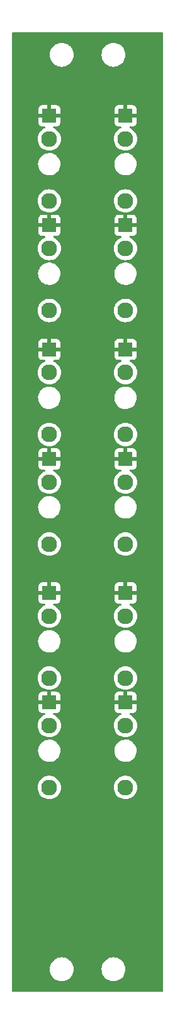
<source format=gbr>
%TF.GenerationSoftware,KiCad,Pcbnew,(7.0.0)*%
%TF.CreationDate,2023-03-06T17:31:15-08:00*%
%TF.ProjectId,passive mult,70617373-6976-4652-906d-756c742e6b69,rev?*%
%TF.SameCoordinates,Original*%
%TF.FileFunction,Copper,L2,Bot*%
%TF.FilePolarity,Positive*%
%FSLAX46Y46*%
G04 Gerber Fmt 4.6, Leading zero omitted, Abs format (unit mm)*
G04 Created by KiCad (PCBNEW (7.0.0)) date 2023-03-06 17:31:15*
%MOMM*%
%LPD*%
G01*
G04 APERTURE LIST*
%TA.AperFunction,ComponentPad*%
%ADD10R,1.930000X1.830000*%
%TD*%
%TA.AperFunction,ComponentPad*%
%ADD11C,2.130000*%
%TD*%
G04 APERTURE END LIST*
D10*
%TO.P,J10,S*%
%TO.N,GND*%
X35249999Y-95099999D03*
D11*
%TO.P,J10,T*%
%TO.N,Net-(J10-PadT)*%
X35250000Y-106500000D03*
%TO.P,J10,TN*%
%TO.N,unconnected-(J10-PadTN)*%
X35250000Y-98200000D03*
%TD*%
D10*
%TO.P,J8,S*%
%TO.N,GND*%
X35249999Y-77149999D03*
D11*
%TO.P,J8,T*%
%TO.N,Net-(J6-PadT)*%
X35250000Y-88550000D03*
%TO.P,J8,TN*%
%TO.N,unconnected-(J8-PadTN)*%
X35250000Y-80250000D03*
%TD*%
D10*
%TO.P,J7,S*%
%TO.N,GND*%
X24999999Y-62469999D03*
D11*
%TO.P,J7,T*%
%TO.N,Net-(J6-PadT)*%
X25000000Y-73870000D03*
%TO.P,J7,TN*%
%TO.N,unconnected-(J7-PadTN)*%
X25000000Y-65570000D03*
%TD*%
D10*
%TO.P,J12,S*%
%TO.N,GND*%
X35249999Y-109749999D03*
D11*
%TO.P,J12,T*%
%TO.N,Net-(J10-PadT)*%
X35250000Y-121150000D03*
%TO.P,J12,TN*%
%TO.N,unconnected-(J12-PadTN)*%
X35250000Y-112850000D03*
%TD*%
D10*
%TO.P,J11,S*%
%TO.N,GND*%
X24999999Y-95099999D03*
D11*
%TO.P,J11,T*%
%TO.N,Net-(J10-PadT)*%
X25000000Y-106500000D03*
%TO.P,J11,TN*%
%TO.N,unconnected-(J11-PadTN)*%
X25000000Y-98200000D03*
%TD*%
D10*
%TO.P,J13,S*%
%TO.N,GND*%
X24999999Y-109749999D03*
D11*
%TO.P,J13,T*%
%TO.N,Net-(J10-PadT)*%
X25000000Y-121150000D03*
%TO.P,J13,TN*%
%TO.N,unconnected-(J13-PadTN)*%
X25000000Y-112850000D03*
%TD*%
D10*
%TO.P,J9,S*%
%TO.N,GND*%
X24999999Y-77149999D03*
D11*
%TO.P,J9,T*%
%TO.N,Net-(J6-PadT)*%
X25000000Y-88550000D03*
%TO.P,J9,TN*%
%TO.N,unconnected-(J9-PadTN)*%
X25000000Y-80250000D03*
%TD*%
D10*
%TO.P,J4,S*%
%TO.N,GND*%
X35249999Y-45849999D03*
D11*
%TO.P,J4,T*%
%TO.N,Net-(J2-PadT)*%
X35250000Y-57250000D03*
%TO.P,J4,TN*%
%TO.N,unconnected-(J4-PadTN)*%
X35250000Y-48950000D03*
%TD*%
D10*
%TO.P,J6,S*%
%TO.N,GND*%
X35249999Y-62469999D03*
D11*
%TO.P,J6,T*%
%TO.N,Net-(J6-PadT)*%
X35250000Y-73870000D03*
%TO.P,J6,TN*%
%TO.N,unconnected-(J6-PadTN)*%
X35250000Y-65570000D03*
%TD*%
D10*
%TO.P,J5,S*%
%TO.N,GND*%
X24999999Y-45849999D03*
D11*
%TO.P,J5,T*%
%TO.N,Net-(J2-PadT)*%
X25000000Y-57250000D03*
%TO.P,J5,TN*%
%TO.N,unconnected-(J5-PadTN)*%
X25000000Y-48950000D03*
%TD*%
D10*
%TO.P,J2,S*%
%TO.N,GND*%
X35249999Y-31179999D03*
D11*
%TO.P,J2,T*%
%TO.N,Net-(J2-PadT)*%
X35250000Y-42580000D03*
%TO.P,J2,TN*%
%TO.N,unconnected-(J2-PadTN)*%
X35250000Y-34280000D03*
%TD*%
D10*
%TO.P,J3,S*%
%TO.N,GND*%
X24999999Y-31179999D03*
D11*
%TO.P,J3,T*%
%TO.N,Net-(J2-PadT)*%
X25000000Y-42580000D03*
%TO.P,J3,TN*%
%TO.N,unconnected-(J3-PadTN)*%
X25000000Y-34280000D03*
%TD*%
%TA.AperFunction,Conductor*%
%TO.N,GND*%
G36*
X40257500Y-20017113D02*
G01*
X40302887Y-20062500D01*
X40319500Y-20124500D01*
X40319500Y-148375500D01*
X40302887Y-148437500D01*
X40257500Y-148482887D01*
X40195500Y-148499500D01*
X20124500Y-148499500D01*
X20062500Y-148482887D01*
X20017113Y-148437500D01*
X20000500Y-148375500D01*
X20000500Y-145500000D01*
X25074551Y-145500000D01*
X25094317Y-145751148D01*
X25095452Y-145755877D01*
X25095453Y-145755881D01*
X25151989Y-145991374D01*
X25151991Y-145991382D01*
X25153127Y-145996111D01*
X25249534Y-146228859D01*
X25252081Y-146233016D01*
X25252082Y-146233017D01*
X25378617Y-146439504D01*
X25378622Y-146439511D01*
X25381164Y-146443659D01*
X25384324Y-146447358D01*
X25384327Y-146447363D01*
X25534845Y-146623596D01*
X25544776Y-146635224D01*
X25548476Y-146638384D01*
X25730705Y-146794023D01*
X25736341Y-146798836D01*
X25740491Y-146801379D01*
X25740495Y-146801382D01*
X25852300Y-146869896D01*
X25951141Y-146930466D01*
X26183889Y-147026873D01*
X26428852Y-147085683D01*
X26680000Y-147105449D01*
X26931148Y-147085683D01*
X27176111Y-147026873D01*
X27408859Y-146930466D01*
X27623659Y-146798836D01*
X27815224Y-146635224D01*
X27978836Y-146443659D01*
X28110466Y-146228859D01*
X28206873Y-145996111D01*
X28265683Y-145751148D01*
X28285449Y-145500000D01*
X32034551Y-145500000D01*
X32054317Y-145751148D01*
X32055452Y-145755877D01*
X32055453Y-145755881D01*
X32111989Y-145991374D01*
X32111991Y-145991382D01*
X32113127Y-145996111D01*
X32209534Y-146228859D01*
X32212081Y-146233016D01*
X32212082Y-146233017D01*
X32338617Y-146439504D01*
X32338622Y-146439511D01*
X32341164Y-146443659D01*
X32344324Y-146447358D01*
X32344327Y-146447363D01*
X32494845Y-146623596D01*
X32504776Y-146635224D01*
X32508476Y-146638384D01*
X32690705Y-146794023D01*
X32696341Y-146798836D01*
X32700491Y-146801379D01*
X32700495Y-146801382D01*
X32812300Y-146869896D01*
X32911141Y-146930466D01*
X33143889Y-147026873D01*
X33388852Y-147085683D01*
X33640000Y-147105449D01*
X33891148Y-147085683D01*
X34136111Y-147026873D01*
X34368859Y-146930466D01*
X34583659Y-146798836D01*
X34775224Y-146635224D01*
X34938836Y-146443659D01*
X35070466Y-146228859D01*
X35166873Y-145996111D01*
X35225683Y-145751148D01*
X35245449Y-145500000D01*
X35225683Y-145248852D01*
X35166873Y-145003889D01*
X35070466Y-144771141D01*
X34938836Y-144556341D01*
X34775224Y-144364776D01*
X34771523Y-144361615D01*
X34587363Y-144204327D01*
X34587358Y-144204324D01*
X34583659Y-144201164D01*
X34579511Y-144198622D01*
X34579504Y-144198617D01*
X34373017Y-144072082D01*
X34373016Y-144072081D01*
X34368859Y-144069534D01*
X34136111Y-143973127D01*
X34131382Y-143971991D01*
X34131374Y-143971989D01*
X33895881Y-143915453D01*
X33895877Y-143915452D01*
X33891148Y-143914317D01*
X33886295Y-143913935D01*
X33644854Y-143894933D01*
X33640000Y-143894551D01*
X33635146Y-143894933D01*
X33393704Y-143913935D01*
X33393702Y-143913935D01*
X33388852Y-143914317D01*
X33384124Y-143915451D01*
X33384118Y-143915453D01*
X33148625Y-143971989D01*
X33148613Y-143971992D01*
X33143889Y-143973127D01*
X33139392Y-143974989D01*
X33139388Y-143974991D01*
X32915645Y-144067668D01*
X32915640Y-144067670D01*
X32911141Y-144069534D01*
X32906988Y-144072078D01*
X32906982Y-144072082D01*
X32700495Y-144198617D01*
X32700482Y-144198626D01*
X32696341Y-144201164D01*
X32692646Y-144204319D01*
X32692636Y-144204327D01*
X32508476Y-144361615D01*
X32508469Y-144361621D01*
X32504776Y-144364776D01*
X32501621Y-144368469D01*
X32501615Y-144368476D01*
X32344327Y-144552636D01*
X32344319Y-144552646D01*
X32341164Y-144556341D01*
X32338626Y-144560482D01*
X32338617Y-144560495D01*
X32212082Y-144766982D01*
X32212078Y-144766988D01*
X32209534Y-144771141D01*
X32207670Y-144775640D01*
X32207668Y-144775645D01*
X32114991Y-144999388D01*
X32113127Y-145003889D01*
X32111992Y-145008613D01*
X32111989Y-145008625D01*
X32055453Y-145244118D01*
X32055451Y-145244124D01*
X32054317Y-145248852D01*
X32034551Y-145500000D01*
X28285449Y-145500000D01*
X28265683Y-145248852D01*
X28206873Y-145003889D01*
X28110466Y-144771141D01*
X27978836Y-144556341D01*
X27815224Y-144364776D01*
X27811523Y-144361615D01*
X27627363Y-144204327D01*
X27627358Y-144204324D01*
X27623659Y-144201164D01*
X27619511Y-144198622D01*
X27619504Y-144198617D01*
X27413017Y-144072082D01*
X27413016Y-144072081D01*
X27408859Y-144069534D01*
X27176111Y-143973127D01*
X27171382Y-143971991D01*
X27171374Y-143971989D01*
X26935881Y-143915453D01*
X26935877Y-143915452D01*
X26931148Y-143914317D01*
X26926295Y-143913935D01*
X26684854Y-143894933D01*
X26680000Y-143894551D01*
X26675146Y-143894933D01*
X26433704Y-143913935D01*
X26433702Y-143913935D01*
X26428852Y-143914317D01*
X26424124Y-143915451D01*
X26424118Y-143915453D01*
X26188625Y-143971989D01*
X26188613Y-143971992D01*
X26183889Y-143973127D01*
X26179392Y-143974989D01*
X26179388Y-143974991D01*
X25955645Y-144067668D01*
X25955640Y-144067670D01*
X25951141Y-144069534D01*
X25946988Y-144072078D01*
X25946982Y-144072082D01*
X25740495Y-144198617D01*
X25740482Y-144198626D01*
X25736341Y-144201164D01*
X25732646Y-144204319D01*
X25732636Y-144204327D01*
X25548476Y-144361615D01*
X25548469Y-144361621D01*
X25544776Y-144364776D01*
X25541621Y-144368469D01*
X25541615Y-144368476D01*
X25384327Y-144552636D01*
X25384319Y-144552646D01*
X25381164Y-144556341D01*
X25378626Y-144560482D01*
X25378617Y-144560495D01*
X25252082Y-144766982D01*
X25252078Y-144766988D01*
X25249534Y-144771141D01*
X25247670Y-144775640D01*
X25247668Y-144775645D01*
X25154991Y-144999388D01*
X25153127Y-145003889D01*
X25151992Y-145008613D01*
X25151989Y-145008625D01*
X25095453Y-145244118D01*
X25095451Y-145244124D01*
X25094317Y-145248852D01*
X25074551Y-145500000D01*
X20000500Y-145500000D01*
X20000500Y-138000000D01*
X21499459Y-138000000D01*
X21499617Y-138000383D01*
X21499901Y-138000500D01*
X24487944Y-138000500D01*
X24500099Y-138000500D01*
X24500383Y-138000383D01*
X24500541Y-138000000D01*
X26499459Y-138000000D01*
X26499617Y-138000383D01*
X26499901Y-138000500D01*
X29487944Y-138000500D01*
X29500099Y-138000500D01*
X29500383Y-138000383D01*
X29500541Y-138000000D01*
X31499459Y-138000000D01*
X31499617Y-138000383D01*
X31499901Y-138000500D01*
X34487944Y-138000500D01*
X34500099Y-138000500D01*
X34500383Y-138000383D01*
X34500541Y-138000000D01*
X36499459Y-138000000D01*
X36499617Y-138000383D01*
X36499901Y-138000500D01*
X39487944Y-138000500D01*
X39500099Y-138000500D01*
X39500383Y-138000383D01*
X39500541Y-138000000D01*
X39500383Y-137999617D01*
X39500099Y-137999500D01*
X36499901Y-137999500D01*
X36499617Y-137999617D01*
X36499459Y-138000000D01*
X34500541Y-138000000D01*
X34500383Y-137999617D01*
X34500099Y-137999500D01*
X31499901Y-137999500D01*
X31499617Y-137999617D01*
X31499459Y-138000000D01*
X29500541Y-138000000D01*
X29500383Y-137999617D01*
X29500099Y-137999500D01*
X26499901Y-137999500D01*
X26499617Y-137999617D01*
X26499459Y-138000000D01*
X24500541Y-138000000D01*
X24500383Y-137999617D01*
X24500099Y-137999500D01*
X21499901Y-137999500D01*
X21499617Y-137999617D01*
X21499459Y-138000000D01*
X20000500Y-138000000D01*
X20000500Y-121150000D01*
X23429659Y-121150000D01*
X23448993Y-121395655D01*
X23450128Y-121400384D01*
X23450129Y-121400388D01*
X23505379Y-121630525D01*
X23505381Y-121630533D01*
X23506517Y-121635262D01*
X23600816Y-121862920D01*
X23729567Y-122073023D01*
X23732731Y-122076728D01*
X23732735Y-122076733D01*
X23886434Y-122256691D01*
X23889601Y-122260399D01*
X23893308Y-122263565D01*
X24073266Y-122417264D01*
X24073269Y-122417266D01*
X24076977Y-122420433D01*
X24287080Y-122549184D01*
X24514738Y-122643483D01*
X24754345Y-122701007D01*
X25000000Y-122720341D01*
X25245655Y-122701007D01*
X25485262Y-122643483D01*
X25712920Y-122549184D01*
X25923023Y-122420433D01*
X26110399Y-122260399D01*
X26270433Y-122073023D01*
X26399184Y-121862920D01*
X26493483Y-121635262D01*
X26551007Y-121395655D01*
X26570341Y-121150000D01*
X33679659Y-121150000D01*
X33698993Y-121395655D01*
X33700128Y-121400384D01*
X33700129Y-121400388D01*
X33755379Y-121630525D01*
X33755381Y-121630533D01*
X33756517Y-121635262D01*
X33850816Y-121862920D01*
X33979567Y-122073023D01*
X33982731Y-122076728D01*
X33982735Y-122076733D01*
X34136434Y-122256691D01*
X34139601Y-122260399D01*
X34143308Y-122263565D01*
X34323266Y-122417264D01*
X34323269Y-122417266D01*
X34326977Y-122420433D01*
X34537080Y-122549184D01*
X34764738Y-122643483D01*
X35004345Y-122701007D01*
X35250000Y-122720341D01*
X35495655Y-122701007D01*
X35735262Y-122643483D01*
X35962920Y-122549184D01*
X36173023Y-122420433D01*
X36360399Y-122260399D01*
X36520433Y-122073023D01*
X36649184Y-121862920D01*
X36743483Y-121635262D01*
X36801007Y-121395655D01*
X36820341Y-121150000D01*
X36801007Y-120904345D01*
X36743483Y-120664738D01*
X36649184Y-120437080D01*
X36520433Y-120226977D01*
X36360399Y-120039601D01*
X36356691Y-120036434D01*
X36176733Y-119882735D01*
X36176728Y-119882731D01*
X36173023Y-119879567D01*
X35962920Y-119750816D01*
X35735262Y-119656517D01*
X35730533Y-119655381D01*
X35730525Y-119655379D01*
X35500388Y-119600129D01*
X35500384Y-119600128D01*
X35495655Y-119598993D01*
X35490802Y-119598611D01*
X35254854Y-119580041D01*
X35250000Y-119579659D01*
X35245146Y-119580041D01*
X35009197Y-119598611D01*
X35009195Y-119598611D01*
X35004345Y-119598993D01*
X34999617Y-119600127D01*
X34999611Y-119600129D01*
X34769474Y-119655379D01*
X34769462Y-119655382D01*
X34764738Y-119656517D01*
X34760241Y-119658379D01*
X34760237Y-119658381D01*
X34541584Y-119748950D01*
X34541579Y-119748952D01*
X34537080Y-119750816D01*
X34532927Y-119753360D01*
X34532921Y-119753364D01*
X34331134Y-119877019D01*
X34331128Y-119877022D01*
X34326977Y-119879567D01*
X34323277Y-119882726D01*
X34323266Y-119882735D01*
X34143308Y-120036434D01*
X34143301Y-120036440D01*
X34139601Y-120039601D01*
X34136440Y-120043301D01*
X34136434Y-120043308D01*
X33982735Y-120223266D01*
X33982726Y-120223277D01*
X33979567Y-120226977D01*
X33977022Y-120231128D01*
X33977019Y-120231134D01*
X33853364Y-120432921D01*
X33853360Y-120432927D01*
X33850816Y-120437080D01*
X33756517Y-120664738D01*
X33755382Y-120669462D01*
X33755379Y-120669474D01*
X33700129Y-120899611D01*
X33700127Y-120899617D01*
X33698993Y-120904345D01*
X33679659Y-121150000D01*
X26570341Y-121150000D01*
X26551007Y-120904345D01*
X26493483Y-120664738D01*
X26399184Y-120437080D01*
X26270433Y-120226977D01*
X26110399Y-120039601D01*
X26106691Y-120036434D01*
X25926733Y-119882735D01*
X25926728Y-119882731D01*
X25923023Y-119879567D01*
X25712920Y-119750816D01*
X25485262Y-119656517D01*
X25480533Y-119655381D01*
X25480525Y-119655379D01*
X25250388Y-119600129D01*
X25250384Y-119600128D01*
X25245655Y-119598993D01*
X25240802Y-119598611D01*
X25004854Y-119580041D01*
X25000000Y-119579659D01*
X24995146Y-119580041D01*
X24759197Y-119598611D01*
X24759195Y-119598611D01*
X24754345Y-119598993D01*
X24749617Y-119600127D01*
X24749611Y-119600129D01*
X24519474Y-119655379D01*
X24519462Y-119655382D01*
X24514738Y-119656517D01*
X24510241Y-119658379D01*
X24510237Y-119658381D01*
X24291584Y-119748950D01*
X24291579Y-119748952D01*
X24287080Y-119750816D01*
X24282927Y-119753360D01*
X24282921Y-119753364D01*
X24081134Y-119877019D01*
X24081128Y-119877022D01*
X24076977Y-119879567D01*
X24073277Y-119882726D01*
X24073266Y-119882735D01*
X23893308Y-120036434D01*
X23893301Y-120036440D01*
X23889601Y-120039601D01*
X23886440Y-120043301D01*
X23886434Y-120043308D01*
X23732735Y-120223266D01*
X23732726Y-120223277D01*
X23729567Y-120226977D01*
X23727022Y-120231128D01*
X23727019Y-120231134D01*
X23603364Y-120432921D01*
X23603360Y-120432927D01*
X23600816Y-120437080D01*
X23506517Y-120664738D01*
X23505382Y-120669462D01*
X23505379Y-120669474D01*
X23450129Y-120899611D01*
X23450127Y-120899617D01*
X23448993Y-120904345D01*
X23429659Y-121150000D01*
X20000500Y-121150000D01*
X20000500Y-116230000D01*
X23494859Y-116230000D01*
X23494939Y-116233292D01*
X23494939Y-116233308D01*
X23496575Y-116300226D01*
X23496656Y-116303526D01*
X23497086Y-116306799D01*
X23497087Y-116306800D01*
X23528186Y-116543027D01*
X23528187Y-116543033D01*
X23528851Y-116548074D01*
X23600555Y-116784079D01*
X23709842Y-117005205D01*
X23853777Y-117205512D01*
X23857382Y-117209105D01*
X23857386Y-117209109D01*
X24024890Y-117376029D01*
X24028495Y-117379621D01*
X24229303Y-117522856D01*
X24450809Y-117631370D01*
X24687064Y-117702250D01*
X24692104Y-117702895D01*
X24692106Y-117702896D01*
X24926679Y-117732946D01*
X24931722Y-117733592D01*
X25178215Y-117724553D01*
X25419921Y-117675377D01*
X25650350Y-117587385D01*
X25863313Y-117462939D01*
X26053092Y-117305382D01*
X26214589Y-117118945D01*
X26343468Y-116908634D01*
X26436266Y-116680099D01*
X26490493Y-116439475D01*
X26502572Y-116230000D01*
X33744859Y-116230000D01*
X33744939Y-116233292D01*
X33744939Y-116233308D01*
X33746575Y-116300226D01*
X33746656Y-116303526D01*
X33747086Y-116306799D01*
X33747087Y-116306800D01*
X33778186Y-116543027D01*
X33778187Y-116543033D01*
X33778851Y-116548074D01*
X33850555Y-116784079D01*
X33959842Y-117005205D01*
X34103777Y-117205512D01*
X34107382Y-117209105D01*
X34107386Y-117209109D01*
X34274890Y-117376029D01*
X34278495Y-117379621D01*
X34479303Y-117522856D01*
X34700809Y-117631370D01*
X34937064Y-117702250D01*
X34942104Y-117702895D01*
X34942106Y-117702896D01*
X35176679Y-117732946D01*
X35181722Y-117733592D01*
X35428215Y-117724553D01*
X35669921Y-117675377D01*
X35900350Y-117587385D01*
X36113313Y-117462939D01*
X36303092Y-117305382D01*
X36464589Y-117118945D01*
X36593468Y-116908634D01*
X36686266Y-116680099D01*
X36740493Y-116439475D01*
X36754692Y-116193226D01*
X36728481Y-115947965D01*
X36662564Y-115710278D01*
X36558712Y-115486548D01*
X36419714Y-115282784D01*
X36276548Y-115132968D01*
X36252820Y-115108138D01*
X36252817Y-115108136D01*
X36249303Y-115104458D01*
X36245235Y-115101403D01*
X36245232Y-115101401D01*
X36056123Y-114959415D01*
X36056122Y-114959414D01*
X36052054Y-114956360D01*
X35866161Y-114859590D01*
X35837779Y-114844815D01*
X35837775Y-114844813D01*
X35833266Y-114842466D01*
X35828433Y-114840886D01*
X35828430Y-114840885D01*
X35603651Y-114767416D01*
X35603647Y-114767415D01*
X35598813Y-114765835D01*
X35593784Y-114765065D01*
X35593778Y-114765064D01*
X35360028Y-114729295D01*
X35360022Y-114729294D01*
X35354993Y-114728525D01*
X35349904Y-114728587D01*
X35349902Y-114728587D01*
X35113438Y-114731476D01*
X35113427Y-114731477D01*
X35108354Y-114731539D01*
X35103349Y-114732430D01*
X35103343Y-114732431D01*
X34870531Y-114773900D01*
X34870518Y-114773903D01*
X34865518Y-114774794D01*
X34860718Y-114776493D01*
X34860717Y-114776494D01*
X34637809Y-114855430D01*
X34637799Y-114855434D01*
X34633008Y-114857131D01*
X34628555Y-114859588D01*
X34628553Y-114859590D01*
X34421517Y-114973879D01*
X34421507Y-114973885D01*
X34417068Y-114976336D01*
X34413084Y-114979482D01*
X34413077Y-114979487D01*
X34227484Y-115126060D01*
X34227480Y-115126063D01*
X34223496Y-115129210D01*
X34220084Y-115132958D01*
X34220075Y-115132968D01*
X34060914Y-115307883D01*
X34060907Y-115307891D01*
X34057492Y-115311645D01*
X34054735Y-115315905D01*
X34054730Y-115315913D01*
X33926274Y-115514476D01*
X33926268Y-115514485D01*
X33923514Y-115518744D01*
X33921490Y-115523397D01*
X33921485Y-115523408D01*
X33838100Y-115715183D01*
X33825159Y-115744945D01*
X33823919Y-115749879D01*
X33823919Y-115749881D01*
X33766310Y-115979231D01*
X33766308Y-115979240D01*
X33765070Y-115984171D01*
X33764653Y-115989234D01*
X33764652Y-115989245D01*
X33745130Y-116226701D01*
X33744859Y-116230000D01*
X26502572Y-116230000D01*
X26504692Y-116193226D01*
X26478481Y-115947965D01*
X26412564Y-115710278D01*
X26308712Y-115486548D01*
X26169714Y-115282784D01*
X26026548Y-115132968D01*
X26002820Y-115108138D01*
X26002817Y-115108136D01*
X25999303Y-115104458D01*
X25995235Y-115101403D01*
X25995232Y-115101401D01*
X25806123Y-114959415D01*
X25806122Y-114959414D01*
X25802054Y-114956360D01*
X25616161Y-114859590D01*
X25587779Y-114844815D01*
X25587775Y-114844813D01*
X25583266Y-114842466D01*
X25578433Y-114840886D01*
X25578430Y-114840885D01*
X25353651Y-114767416D01*
X25353647Y-114767415D01*
X25348813Y-114765835D01*
X25343784Y-114765065D01*
X25343778Y-114765064D01*
X25110028Y-114729295D01*
X25110022Y-114729294D01*
X25104993Y-114728525D01*
X25099904Y-114728587D01*
X25099902Y-114728587D01*
X24863438Y-114731476D01*
X24863427Y-114731477D01*
X24858354Y-114731539D01*
X24853349Y-114732430D01*
X24853343Y-114732431D01*
X24620531Y-114773900D01*
X24620518Y-114773903D01*
X24615518Y-114774794D01*
X24610718Y-114776493D01*
X24610717Y-114776494D01*
X24387809Y-114855430D01*
X24387799Y-114855434D01*
X24383008Y-114857131D01*
X24378555Y-114859588D01*
X24378553Y-114859590D01*
X24171517Y-114973879D01*
X24171507Y-114973885D01*
X24167068Y-114976336D01*
X24163084Y-114979482D01*
X24163077Y-114979487D01*
X23977484Y-115126060D01*
X23977480Y-115126063D01*
X23973496Y-115129210D01*
X23970084Y-115132958D01*
X23970075Y-115132968D01*
X23810914Y-115307883D01*
X23810907Y-115307891D01*
X23807492Y-115311645D01*
X23804735Y-115315905D01*
X23804730Y-115315913D01*
X23676274Y-115514476D01*
X23676268Y-115514485D01*
X23673514Y-115518744D01*
X23671490Y-115523397D01*
X23671485Y-115523408D01*
X23588100Y-115715183D01*
X23575159Y-115744945D01*
X23573919Y-115749879D01*
X23573919Y-115749881D01*
X23516310Y-115979231D01*
X23516308Y-115979240D01*
X23515070Y-115984171D01*
X23514653Y-115989234D01*
X23514652Y-115989245D01*
X23495130Y-116226701D01*
X23494859Y-116230000D01*
X20000500Y-116230000D01*
X20000500Y-112850000D01*
X23429659Y-112850000D01*
X23448993Y-113095655D01*
X23450128Y-113100384D01*
X23450129Y-113100388D01*
X23505379Y-113330525D01*
X23505381Y-113330533D01*
X23506517Y-113335262D01*
X23600816Y-113562920D01*
X23729567Y-113773023D01*
X23732731Y-113776728D01*
X23732735Y-113776733D01*
X23886434Y-113956691D01*
X23889601Y-113960399D01*
X23893308Y-113963565D01*
X24073266Y-114117264D01*
X24073269Y-114117266D01*
X24076977Y-114120433D01*
X24287080Y-114249184D01*
X24514738Y-114343483D01*
X24754345Y-114401007D01*
X25000000Y-114420341D01*
X25245655Y-114401007D01*
X25485262Y-114343483D01*
X25712920Y-114249184D01*
X25923023Y-114120433D01*
X26110399Y-113960399D01*
X26270433Y-113773023D01*
X26399184Y-113562920D01*
X26493483Y-113335262D01*
X26551007Y-113095655D01*
X26570341Y-112850000D01*
X33679659Y-112850000D01*
X33698993Y-113095655D01*
X33700128Y-113100384D01*
X33700129Y-113100388D01*
X33755379Y-113330525D01*
X33755381Y-113330533D01*
X33756517Y-113335262D01*
X33850816Y-113562920D01*
X33979567Y-113773023D01*
X33982731Y-113776728D01*
X33982735Y-113776733D01*
X34136434Y-113956691D01*
X34139601Y-113960399D01*
X34143308Y-113963565D01*
X34323266Y-114117264D01*
X34323269Y-114117266D01*
X34326977Y-114120433D01*
X34537080Y-114249184D01*
X34764738Y-114343483D01*
X35004345Y-114401007D01*
X35250000Y-114420341D01*
X35495655Y-114401007D01*
X35735262Y-114343483D01*
X35962920Y-114249184D01*
X36173023Y-114120433D01*
X36360399Y-113960399D01*
X36520433Y-113773023D01*
X36649184Y-113562920D01*
X36743483Y-113335262D01*
X36801007Y-113095655D01*
X36820341Y-112850000D01*
X36801007Y-112604345D01*
X36743483Y-112364738D01*
X36649184Y-112137080D01*
X36520433Y-111926977D01*
X36360399Y-111739601D01*
X36356691Y-111736434D01*
X36176733Y-111582735D01*
X36176728Y-111582731D01*
X36173023Y-111579567D01*
X35962920Y-111450816D01*
X35848835Y-111403560D01*
X35795971Y-111361885D01*
X35772671Y-111298729D01*
X35785804Y-111232705D01*
X35831499Y-111183273D01*
X35896289Y-111165000D01*
X36259518Y-111165000D01*
X36266114Y-111164646D01*
X36314667Y-111159426D01*
X36329641Y-111155888D01*
X36448777Y-111111452D01*
X36464189Y-111103037D01*
X36565092Y-111027501D01*
X36577501Y-111015092D01*
X36653037Y-110914189D01*
X36661452Y-110898777D01*
X36705888Y-110779641D01*
X36709426Y-110764667D01*
X36714646Y-110716114D01*
X36715000Y-110709518D01*
X36715000Y-110016326D01*
X36711549Y-110003450D01*
X36698674Y-110000000D01*
X33801326Y-110000000D01*
X33788450Y-110003450D01*
X33785000Y-110016326D01*
X33785000Y-110709518D01*
X33785353Y-110716114D01*
X33790573Y-110764667D01*
X33794111Y-110779641D01*
X33838547Y-110898777D01*
X33846962Y-110914189D01*
X33922498Y-111015092D01*
X33934907Y-111027501D01*
X34035810Y-111103037D01*
X34051222Y-111111452D01*
X34170358Y-111155888D01*
X34185332Y-111159426D01*
X34233885Y-111164646D01*
X34240482Y-111165000D01*
X34603711Y-111165000D01*
X34668501Y-111183273D01*
X34714196Y-111232705D01*
X34727329Y-111298729D01*
X34704029Y-111361885D01*
X34651164Y-111403561D01*
X34541584Y-111448950D01*
X34541579Y-111448952D01*
X34537080Y-111450816D01*
X34532927Y-111453360D01*
X34532921Y-111453364D01*
X34331134Y-111577019D01*
X34331128Y-111577022D01*
X34326977Y-111579567D01*
X34323277Y-111582726D01*
X34323266Y-111582735D01*
X34143308Y-111736434D01*
X34143301Y-111736440D01*
X34139601Y-111739601D01*
X34136440Y-111743301D01*
X34136434Y-111743308D01*
X33982735Y-111923266D01*
X33982726Y-111923277D01*
X33979567Y-111926977D01*
X33977022Y-111931128D01*
X33977019Y-111931134D01*
X33853364Y-112132921D01*
X33853360Y-112132927D01*
X33850816Y-112137080D01*
X33756517Y-112364738D01*
X33755382Y-112369462D01*
X33755379Y-112369474D01*
X33700129Y-112599611D01*
X33700127Y-112599617D01*
X33698993Y-112604345D01*
X33679659Y-112850000D01*
X26570341Y-112850000D01*
X26551007Y-112604345D01*
X26493483Y-112364738D01*
X26399184Y-112137080D01*
X26270433Y-111926977D01*
X26110399Y-111739601D01*
X26106691Y-111736434D01*
X25926733Y-111582735D01*
X25926728Y-111582731D01*
X25923023Y-111579567D01*
X25712920Y-111450816D01*
X25598835Y-111403560D01*
X25545971Y-111361885D01*
X25522671Y-111298729D01*
X25535804Y-111232705D01*
X25581499Y-111183273D01*
X25646289Y-111165000D01*
X26009518Y-111165000D01*
X26016114Y-111164646D01*
X26064667Y-111159426D01*
X26079641Y-111155888D01*
X26198777Y-111111452D01*
X26214189Y-111103037D01*
X26315092Y-111027501D01*
X26327501Y-111015092D01*
X26403037Y-110914189D01*
X26411452Y-110898777D01*
X26455888Y-110779641D01*
X26459426Y-110764667D01*
X26464646Y-110716114D01*
X26465000Y-110709518D01*
X26465000Y-110016326D01*
X26461549Y-110003450D01*
X26448674Y-110000000D01*
X23551326Y-110000000D01*
X23538450Y-110003450D01*
X23535000Y-110016326D01*
X23535000Y-110709518D01*
X23535353Y-110716114D01*
X23540573Y-110764667D01*
X23544111Y-110779641D01*
X23588547Y-110898777D01*
X23596962Y-110914189D01*
X23672498Y-111015092D01*
X23684907Y-111027501D01*
X23785810Y-111103037D01*
X23801222Y-111111452D01*
X23920358Y-111155888D01*
X23935332Y-111159426D01*
X23983885Y-111164646D01*
X23990482Y-111165000D01*
X24353711Y-111165000D01*
X24418501Y-111183273D01*
X24464196Y-111232705D01*
X24477329Y-111298729D01*
X24454029Y-111361885D01*
X24401164Y-111403561D01*
X24291584Y-111448950D01*
X24291579Y-111448952D01*
X24287080Y-111450816D01*
X24282927Y-111453360D01*
X24282921Y-111453364D01*
X24081134Y-111577019D01*
X24081128Y-111577022D01*
X24076977Y-111579567D01*
X24073277Y-111582726D01*
X24073266Y-111582735D01*
X23893308Y-111736434D01*
X23893301Y-111736440D01*
X23889601Y-111739601D01*
X23886440Y-111743301D01*
X23886434Y-111743308D01*
X23732735Y-111923266D01*
X23732726Y-111923277D01*
X23729567Y-111926977D01*
X23727022Y-111931128D01*
X23727019Y-111931134D01*
X23603364Y-112132921D01*
X23603360Y-112132927D01*
X23600816Y-112137080D01*
X23506517Y-112364738D01*
X23505382Y-112369462D01*
X23505379Y-112369474D01*
X23450129Y-112599611D01*
X23450127Y-112599617D01*
X23448993Y-112604345D01*
X23429659Y-112850000D01*
X20000500Y-112850000D01*
X20000500Y-109483674D01*
X23535000Y-109483674D01*
X23538450Y-109496549D01*
X23551326Y-109500000D01*
X24733674Y-109500000D01*
X24746549Y-109496549D01*
X24750000Y-109483674D01*
X25250000Y-109483674D01*
X25253450Y-109496549D01*
X25266326Y-109500000D01*
X26448674Y-109500000D01*
X26461549Y-109496549D01*
X26465000Y-109483674D01*
X33785000Y-109483674D01*
X33788450Y-109496549D01*
X33801326Y-109500000D01*
X34983674Y-109500000D01*
X34996549Y-109496549D01*
X35000000Y-109483674D01*
X35500000Y-109483674D01*
X35503450Y-109496549D01*
X35516326Y-109500000D01*
X36698674Y-109500000D01*
X36711549Y-109496549D01*
X36715000Y-109483674D01*
X36715000Y-108790482D01*
X36714646Y-108783885D01*
X36709426Y-108735332D01*
X36705888Y-108720358D01*
X36661452Y-108601222D01*
X36653037Y-108585810D01*
X36577501Y-108484907D01*
X36565092Y-108472498D01*
X36464189Y-108396962D01*
X36448777Y-108388547D01*
X36329641Y-108344111D01*
X36314667Y-108340573D01*
X36266114Y-108335353D01*
X36259518Y-108335000D01*
X35516326Y-108335000D01*
X35503450Y-108338450D01*
X35500000Y-108351326D01*
X35500000Y-109483674D01*
X35000000Y-109483674D01*
X35000000Y-108351326D01*
X34996549Y-108338450D01*
X34983674Y-108335000D01*
X34240482Y-108335000D01*
X34233885Y-108335353D01*
X34185332Y-108340573D01*
X34170358Y-108344111D01*
X34051222Y-108388547D01*
X34035810Y-108396962D01*
X33934907Y-108472498D01*
X33922498Y-108484907D01*
X33846962Y-108585810D01*
X33838547Y-108601222D01*
X33794111Y-108720358D01*
X33790573Y-108735332D01*
X33785353Y-108783885D01*
X33785000Y-108790482D01*
X33785000Y-109483674D01*
X26465000Y-109483674D01*
X26465000Y-108790482D01*
X26464646Y-108783885D01*
X26459426Y-108735332D01*
X26455888Y-108720358D01*
X26411452Y-108601222D01*
X26403037Y-108585810D01*
X26327501Y-108484907D01*
X26315092Y-108472498D01*
X26214189Y-108396962D01*
X26198777Y-108388547D01*
X26079641Y-108344111D01*
X26064667Y-108340573D01*
X26016114Y-108335353D01*
X26009518Y-108335000D01*
X25266326Y-108335000D01*
X25253450Y-108338450D01*
X25250000Y-108351326D01*
X25250000Y-109483674D01*
X24750000Y-109483674D01*
X24750000Y-108351326D01*
X24746549Y-108338450D01*
X24733674Y-108335000D01*
X23990482Y-108335000D01*
X23983885Y-108335353D01*
X23935332Y-108340573D01*
X23920358Y-108344111D01*
X23801222Y-108388547D01*
X23785810Y-108396962D01*
X23684907Y-108472498D01*
X23672498Y-108484907D01*
X23596962Y-108585810D01*
X23588547Y-108601222D01*
X23544111Y-108720358D01*
X23540573Y-108735332D01*
X23535353Y-108783885D01*
X23535000Y-108790482D01*
X23535000Y-109483674D01*
X20000500Y-109483674D01*
X20000500Y-106500000D01*
X23429659Y-106500000D01*
X23448993Y-106745655D01*
X23450128Y-106750384D01*
X23450129Y-106750388D01*
X23505379Y-106980525D01*
X23505381Y-106980533D01*
X23506517Y-106985262D01*
X23600816Y-107212920D01*
X23729567Y-107423023D01*
X23732731Y-107426728D01*
X23732735Y-107426733D01*
X23886434Y-107606691D01*
X23889601Y-107610399D01*
X23893308Y-107613565D01*
X24073266Y-107767264D01*
X24073269Y-107767266D01*
X24076977Y-107770433D01*
X24287080Y-107899184D01*
X24514738Y-107993483D01*
X24754345Y-108051007D01*
X25000000Y-108070341D01*
X25245655Y-108051007D01*
X25485262Y-107993483D01*
X25712920Y-107899184D01*
X25923023Y-107770433D01*
X26110399Y-107610399D01*
X26270433Y-107423023D01*
X26399184Y-107212920D01*
X26493483Y-106985262D01*
X26551007Y-106745655D01*
X26570341Y-106500000D01*
X33679659Y-106500000D01*
X33698993Y-106745655D01*
X33700128Y-106750384D01*
X33700129Y-106750388D01*
X33755379Y-106980525D01*
X33755381Y-106980533D01*
X33756517Y-106985262D01*
X33850816Y-107212920D01*
X33979567Y-107423023D01*
X33982731Y-107426728D01*
X33982735Y-107426733D01*
X34136434Y-107606691D01*
X34139601Y-107610399D01*
X34143308Y-107613565D01*
X34323266Y-107767264D01*
X34323269Y-107767266D01*
X34326977Y-107770433D01*
X34537080Y-107899184D01*
X34764738Y-107993483D01*
X35004345Y-108051007D01*
X35250000Y-108070341D01*
X35495655Y-108051007D01*
X35735262Y-107993483D01*
X35962920Y-107899184D01*
X36173023Y-107770433D01*
X36360399Y-107610399D01*
X36520433Y-107423023D01*
X36649184Y-107212920D01*
X36743483Y-106985262D01*
X36801007Y-106745655D01*
X36820341Y-106500000D01*
X36801007Y-106254345D01*
X36743483Y-106014738D01*
X36649184Y-105787080D01*
X36520433Y-105576977D01*
X36360399Y-105389601D01*
X36356691Y-105386434D01*
X36176733Y-105232735D01*
X36176728Y-105232731D01*
X36173023Y-105229567D01*
X35962920Y-105100816D01*
X35735262Y-105006517D01*
X35730533Y-105005381D01*
X35730525Y-105005379D01*
X35500388Y-104950129D01*
X35500384Y-104950128D01*
X35495655Y-104948993D01*
X35490802Y-104948611D01*
X35254854Y-104930041D01*
X35250000Y-104929659D01*
X35245146Y-104930041D01*
X35009197Y-104948611D01*
X35009195Y-104948611D01*
X35004345Y-104948993D01*
X34999617Y-104950127D01*
X34999611Y-104950129D01*
X34769474Y-105005379D01*
X34769462Y-105005382D01*
X34764738Y-105006517D01*
X34760241Y-105008379D01*
X34760237Y-105008381D01*
X34541584Y-105098950D01*
X34541579Y-105098952D01*
X34537080Y-105100816D01*
X34532927Y-105103360D01*
X34532921Y-105103364D01*
X34331134Y-105227019D01*
X34331128Y-105227022D01*
X34326977Y-105229567D01*
X34323277Y-105232726D01*
X34323266Y-105232735D01*
X34143308Y-105386434D01*
X34143301Y-105386440D01*
X34139601Y-105389601D01*
X34136440Y-105393301D01*
X34136434Y-105393308D01*
X33982735Y-105573266D01*
X33982726Y-105573277D01*
X33979567Y-105576977D01*
X33977022Y-105581128D01*
X33977019Y-105581134D01*
X33853364Y-105782921D01*
X33853360Y-105782927D01*
X33850816Y-105787080D01*
X33756517Y-106014738D01*
X33755382Y-106019462D01*
X33755379Y-106019474D01*
X33700129Y-106249611D01*
X33700127Y-106249617D01*
X33698993Y-106254345D01*
X33679659Y-106500000D01*
X26570341Y-106500000D01*
X26551007Y-106254345D01*
X26493483Y-106014738D01*
X26399184Y-105787080D01*
X26270433Y-105576977D01*
X26110399Y-105389601D01*
X26106691Y-105386434D01*
X25926733Y-105232735D01*
X25926728Y-105232731D01*
X25923023Y-105229567D01*
X25712920Y-105100816D01*
X25485262Y-105006517D01*
X25480533Y-105005381D01*
X25480525Y-105005379D01*
X25250388Y-104950129D01*
X25250384Y-104950128D01*
X25245655Y-104948993D01*
X25240802Y-104948611D01*
X25004854Y-104930041D01*
X25000000Y-104929659D01*
X24995146Y-104930041D01*
X24759197Y-104948611D01*
X24759195Y-104948611D01*
X24754345Y-104948993D01*
X24749617Y-104950127D01*
X24749611Y-104950129D01*
X24519474Y-105005379D01*
X24519462Y-105005382D01*
X24514738Y-105006517D01*
X24510241Y-105008379D01*
X24510237Y-105008381D01*
X24291584Y-105098950D01*
X24291579Y-105098952D01*
X24287080Y-105100816D01*
X24282927Y-105103360D01*
X24282921Y-105103364D01*
X24081134Y-105227019D01*
X24081128Y-105227022D01*
X24076977Y-105229567D01*
X24073277Y-105232726D01*
X24073266Y-105232735D01*
X23893308Y-105386434D01*
X23893301Y-105386440D01*
X23889601Y-105389601D01*
X23886440Y-105393301D01*
X23886434Y-105393308D01*
X23732735Y-105573266D01*
X23732726Y-105573277D01*
X23729567Y-105576977D01*
X23727022Y-105581128D01*
X23727019Y-105581134D01*
X23603364Y-105782921D01*
X23603360Y-105782927D01*
X23600816Y-105787080D01*
X23506517Y-106014738D01*
X23505382Y-106019462D01*
X23505379Y-106019474D01*
X23450129Y-106249611D01*
X23450127Y-106249617D01*
X23448993Y-106254345D01*
X23429659Y-106500000D01*
X20000500Y-106500000D01*
X20000500Y-101580000D01*
X23494859Y-101580000D01*
X23494939Y-101583292D01*
X23494939Y-101583308D01*
X23496575Y-101650226D01*
X23496656Y-101653526D01*
X23497086Y-101656799D01*
X23497087Y-101656800D01*
X23528186Y-101893027D01*
X23528187Y-101893033D01*
X23528851Y-101898074D01*
X23600555Y-102134079D01*
X23709842Y-102355205D01*
X23853777Y-102555512D01*
X23857382Y-102559105D01*
X23857386Y-102559109D01*
X24024890Y-102726029D01*
X24028495Y-102729621D01*
X24229303Y-102872856D01*
X24450809Y-102981370D01*
X24687064Y-103052250D01*
X24692104Y-103052895D01*
X24692106Y-103052896D01*
X24926679Y-103082946D01*
X24931722Y-103083592D01*
X25178215Y-103074553D01*
X25419921Y-103025377D01*
X25650350Y-102937385D01*
X25863313Y-102812939D01*
X26053092Y-102655382D01*
X26214589Y-102468945D01*
X26343468Y-102258634D01*
X26436266Y-102030099D01*
X26490493Y-101789475D01*
X26502572Y-101580000D01*
X33744859Y-101580000D01*
X33744939Y-101583292D01*
X33744939Y-101583308D01*
X33746575Y-101650226D01*
X33746656Y-101653526D01*
X33747086Y-101656799D01*
X33747087Y-101656800D01*
X33778186Y-101893027D01*
X33778187Y-101893033D01*
X33778851Y-101898074D01*
X33850555Y-102134079D01*
X33959842Y-102355205D01*
X34103777Y-102555512D01*
X34107382Y-102559105D01*
X34107386Y-102559109D01*
X34274890Y-102726029D01*
X34278495Y-102729621D01*
X34479303Y-102872856D01*
X34700809Y-102981370D01*
X34937064Y-103052250D01*
X34942104Y-103052895D01*
X34942106Y-103052896D01*
X35176679Y-103082946D01*
X35181722Y-103083592D01*
X35428215Y-103074553D01*
X35669921Y-103025377D01*
X35900350Y-102937385D01*
X36113313Y-102812939D01*
X36303092Y-102655382D01*
X36464589Y-102468945D01*
X36593468Y-102258634D01*
X36686266Y-102030099D01*
X36740493Y-101789475D01*
X36754692Y-101543226D01*
X36728481Y-101297965D01*
X36662564Y-101060278D01*
X36558712Y-100836548D01*
X36419714Y-100632784D01*
X36276548Y-100482968D01*
X36252820Y-100458138D01*
X36252817Y-100458136D01*
X36249303Y-100454458D01*
X36245235Y-100451403D01*
X36245232Y-100451401D01*
X36056123Y-100309415D01*
X36056122Y-100309414D01*
X36052054Y-100306360D01*
X35866161Y-100209590D01*
X35837779Y-100194815D01*
X35837775Y-100194813D01*
X35833266Y-100192466D01*
X35828433Y-100190886D01*
X35828430Y-100190885D01*
X35603651Y-100117416D01*
X35603647Y-100117415D01*
X35598813Y-100115835D01*
X35593784Y-100115065D01*
X35593778Y-100115064D01*
X35360028Y-100079295D01*
X35360022Y-100079294D01*
X35354993Y-100078525D01*
X35349904Y-100078587D01*
X35349902Y-100078587D01*
X35113438Y-100081476D01*
X35113427Y-100081477D01*
X35108354Y-100081539D01*
X35103349Y-100082430D01*
X35103343Y-100082431D01*
X34870531Y-100123900D01*
X34870518Y-100123903D01*
X34865518Y-100124794D01*
X34860718Y-100126493D01*
X34860717Y-100126494D01*
X34637809Y-100205430D01*
X34637799Y-100205434D01*
X34633008Y-100207131D01*
X34628555Y-100209588D01*
X34628553Y-100209590D01*
X34421517Y-100323879D01*
X34421507Y-100323885D01*
X34417068Y-100326336D01*
X34413084Y-100329482D01*
X34413077Y-100329487D01*
X34227484Y-100476060D01*
X34227480Y-100476063D01*
X34223496Y-100479210D01*
X34220084Y-100482958D01*
X34220075Y-100482968D01*
X34060914Y-100657883D01*
X34060907Y-100657891D01*
X34057492Y-100661645D01*
X34054735Y-100665905D01*
X34054730Y-100665913D01*
X33926274Y-100864476D01*
X33926268Y-100864485D01*
X33923514Y-100868744D01*
X33921490Y-100873397D01*
X33921485Y-100873408D01*
X33838100Y-101065183D01*
X33825159Y-101094945D01*
X33823919Y-101099879D01*
X33823919Y-101099881D01*
X33766310Y-101329231D01*
X33766308Y-101329240D01*
X33765070Y-101334171D01*
X33764653Y-101339234D01*
X33764652Y-101339245D01*
X33745130Y-101576701D01*
X33744859Y-101580000D01*
X26502572Y-101580000D01*
X26504692Y-101543226D01*
X26478481Y-101297965D01*
X26412564Y-101060278D01*
X26308712Y-100836548D01*
X26169714Y-100632784D01*
X26026548Y-100482968D01*
X26002820Y-100458138D01*
X26002817Y-100458136D01*
X25999303Y-100454458D01*
X25995235Y-100451403D01*
X25995232Y-100451401D01*
X25806123Y-100309415D01*
X25806122Y-100309414D01*
X25802054Y-100306360D01*
X25616161Y-100209590D01*
X25587779Y-100194815D01*
X25587775Y-100194813D01*
X25583266Y-100192466D01*
X25578433Y-100190886D01*
X25578430Y-100190885D01*
X25353651Y-100117416D01*
X25353647Y-100117415D01*
X25348813Y-100115835D01*
X25343784Y-100115065D01*
X25343778Y-100115064D01*
X25110028Y-100079295D01*
X25110022Y-100079294D01*
X25104993Y-100078525D01*
X25099904Y-100078587D01*
X25099902Y-100078587D01*
X24863438Y-100081476D01*
X24863427Y-100081477D01*
X24858354Y-100081539D01*
X24853349Y-100082430D01*
X24853343Y-100082431D01*
X24620531Y-100123900D01*
X24620518Y-100123903D01*
X24615518Y-100124794D01*
X24610718Y-100126493D01*
X24610717Y-100126494D01*
X24387809Y-100205430D01*
X24387799Y-100205434D01*
X24383008Y-100207131D01*
X24378555Y-100209588D01*
X24378553Y-100209590D01*
X24171517Y-100323879D01*
X24171507Y-100323885D01*
X24167068Y-100326336D01*
X24163084Y-100329482D01*
X24163077Y-100329487D01*
X23977484Y-100476060D01*
X23977480Y-100476063D01*
X23973496Y-100479210D01*
X23970084Y-100482958D01*
X23970075Y-100482968D01*
X23810914Y-100657883D01*
X23810907Y-100657891D01*
X23807492Y-100661645D01*
X23804735Y-100665905D01*
X23804730Y-100665913D01*
X23676274Y-100864476D01*
X23676268Y-100864485D01*
X23673514Y-100868744D01*
X23671490Y-100873397D01*
X23671485Y-100873408D01*
X23588100Y-101065183D01*
X23575159Y-101094945D01*
X23573919Y-101099879D01*
X23573919Y-101099881D01*
X23516310Y-101329231D01*
X23516308Y-101329240D01*
X23515070Y-101334171D01*
X23514653Y-101339234D01*
X23514652Y-101339245D01*
X23495130Y-101576701D01*
X23494859Y-101580000D01*
X20000500Y-101580000D01*
X20000500Y-98200000D01*
X23429659Y-98200000D01*
X23448993Y-98445655D01*
X23450128Y-98450384D01*
X23450129Y-98450388D01*
X23505379Y-98680525D01*
X23505381Y-98680533D01*
X23506517Y-98685262D01*
X23600816Y-98912920D01*
X23729567Y-99123023D01*
X23732731Y-99126728D01*
X23732735Y-99126733D01*
X23886434Y-99306691D01*
X23889601Y-99310399D01*
X23893308Y-99313565D01*
X24073266Y-99467264D01*
X24073269Y-99467266D01*
X24076977Y-99470433D01*
X24287080Y-99599184D01*
X24514738Y-99693483D01*
X24754345Y-99751007D01*
X25000000Y-99770341D01*
X25245655Y-99751007D01*
X25485262Y-99693483D01*
X25712920Y-99599184D01*
X25923023Y-99470433D01*
X26110399Y-99310399D01*
X26270433Y-99123023D01*
X26399184Y-98912920D01*
X26493483Y-98685262D01*
X26551007Y-98445655D01*
X26570341Y-98200000D01*
X33679659Y-98200000D01*
X33698993Y-98445655D01*
X33700128Y-98450384D01*
X33700129Y-98450388D01*
X33755379Y-98680525D01*
X33755381Y-98680533D01*
X33756517Y-98685262D01*
X33850816Y-98912920D01*
X33979567Y-99123023D01*
X33982731Y-99126728D01*
X33982735Y-99126733D01*
X34136434Y-99306691D01*
X34139601Y-99310399D01*
X34143308Y-99313565D01*
X34323266Y-99467264D01*
X34323269Y-99467266D01*
X34326977Y-99470433D01*
X34537080Y-99599184D01*
X34764738Y-99693483D01*
X35004345Y-99751007D01*
X35250000Y-99770341D01*
X35495655Y-99751007D01*
X35735262Y-99693483D01*
X35962920Y-99599184D01*
X36173023Y-99470433D01*
X36360399Y-99310399D01*
X36520433Y-99123023D01*
X36649184Y-98912920D01*
X36743483Y-98685262D01*
X36801007Y-98445655D01*
X36820341Y-98200000D01*
X36801007Y-97954345D01*
X36743483Y-97714738D01*
X36649184Y-97487080D01*
X36520433Y-97276977D01*
X36360399Y-97089601D01*
X36356691Y-97086434D01*
X36176733Y-96932735D01*
X36176728Y-96932731D01*
X36173023Y-96929567D01*
X35962920Y-96800816D01*
X35848835Y-96753560D01*
X35795971Y-96711885D01*
X35772671Y-96648729D01*
X35785804Y-96582705D01*
X35831499Y-96533273D01*
X35896289Y-96515000D01*
X36259518Y-96515000D01*
X36266114Y-96514646D01*
X36314667Y-96509426D01*
X36329641Y-96505888D01*
X36448777Y-96461452D01*
X36464189Y-96453037D01*
X36565092Y-96377501D01*
X36577501Y-96365092D01*
X36653037Y-96264189D01*
X36661452Y-96248777D01*
X36705888Y-96129641D01*
X36709426Y-96114667D01*
X36714646Y-96066114D01*
X36715000Y-96059518D01*
X36715000Y-95366326D01*
X36711549Y-95353450D01*
X36698674Y-95350000D01*
X33801326Y-95350000D01*
X33788450Y-95353450D01*
X33785000Y-95366326D01*
X33785000Y-96059518D01*
X33785353Y-96066114D01*
X33790573Y-96114667D01*
X33794111Y-96129641D01*
X33838547Y-96248777D01*
X33846962Y-96264189D01*
X33922498Y-96365092D01*
X33934907Y-96377501D01*
X34035810Y-96453037D01*
X34051222Y-96461452D01*
X34170358Y-96505888D01*
X34185332Y-96509426D01*
X34233885Y-96514646D01*
X34240482Y-96515000D01*
X34603711Y-96515000D01*
X34668501Y-96533273D01*
X34714196Y-96582705D01*
X34727329Y-96648729D01*
X34704029Y-96711885D01*
X34651164Y-96753561D01*
X34541584Y-96798950D01*
X34541579Y-96798952D01*
X34537080Y-96800816D01*
X34532927Y-96803360D01*
X34532921Y-96803364D01*
X34331134Y-96927019D01*
X34331128Y-96927022D01*
X34326977Y-96929567D01*
X34323277Y-96932726D01*
X34323266Y-96932735D01*
X34143308Y-97086434D01*
X34143301Y-97086440D01*
X34139601Y-97089601D01*
X34136440Y-97093301D01*
X34136434Y-97093308D01*
X33982735Y-97273266D01*
X33982726Y-97273277D01*
X33979567Y-97276977D01*
X33977022Y-97281128D01*
X33977019Y-97281134D01*
X33853364Y-97482921D01*
X33853360Y-97482927D01*
X33850816Y-97487080D01*
X33756517Y-97714738D01*
X33755382Y-97719462D01*
X33755379Y-97719474D01*
X33700129Y-97949611D01*
X33700127Y-97949617D01*
X33698993Y-97954345D01*
X33679659Y-98200000D01*
X26570341Y-98200000D01*
X26551007Y-97954345D01*
X26493483Y-97714738D01*
X26399184Y-97487080D01*
X26270433Y-97276977D01*
X26110399Y-97089601D01*
X26106691Y-97086434D01*
X25926733Y-96932735D01*
X25926728Y-96932731D01*
X25923023Y-96929567D01*
X25712920Y-96800816D01*
X25598835Y-96753560D01*
X25545971Y-96711885D01*
X25522671Y-96648729D01*
X25535804Y-96582705D01*
X25581499Y-96533273D01*
X25646289Y-96515000D01*
X26009518Y-96515000D01*
X26016114Y-96514646D01*
X26064667Y-96509426D01*
X26079641Y-96505888D01*
X26198777Y-96461452D01*
X26214189Y-96453037D01*
X26315092Y-96377501D01*
X26327501Y-96365092D01*
X26403037Y-96264189D01*
X26411452Y-96248777D01*
X26455888Y-96129641D01*
X26459426Y-96114667D01*
X26464646Y-96066114D01*
X26465000Y-96059518D01*
X26465000Y-95366326D01*
X26461549Y-95353450D01*
X26448674Y-95350000D01*
X23551326Y-95350000D01*
X23538450Y-95353450D01*
X23535000Y-95366326D01*
X23535000Y-96059518D01*
X23535353Y-96066114D01*
X23540573Y-96114667D01*
X23544111Y-96129641D01*
X23588547Y-96248777D01*
X23596962Y-96264189D01*
X23672498Y-96365092D01*
X23684907Y-96377501D01*
X23785810Y-96453037D01*
X23801222Y-96461452D01*
X23920358Y-96505888D01*
X23935332Y-96509426D01*
X23983885Y-96514646D01*
X23990482Y-96515000D01*
X24353711Y-96515000D01*
X24418501Y-96533273D01*
X24464196Y-96582705D01*
X24477329Y-96648729D01*
X24454029Y-96711885D01*
X24401164Y-96753561D01*
X24291584Y-96798950D01*
X24291579Y-96798952D01*
X24287080Y-96800816D01*
X24282927Y-96803360D01*
X24282921Y-96803364D01*
X24081134Y-96927019D01*
X24081128Y-96927022D01*
X24076977Y-96929567D01*
X24073277Y-96932726D01*
X24073266Y-96932735D01*
X23893308Y-97086434D01*
X23893301Y-97086440D01*
X23889601Y-97089601D01*
X23886440Y-97093301D01*
X23886434Y-97093308D01*
X23732735Y-97273266D01*
X23732726Y-97273277D01*
X23729567Y-97276977D01*
X23727022Y-97281128D01*
X23727019Y-97281134D01*
X23603364Y-97482921D01*
X23603360Y-97482927D01*
X23600816Y-97487080D01*
X23506517Y-97714738D01*
X23505382Y-97719462D01*
X23505379Y-97719474D01*
X23450129Y-97949611D01*
X23450127Y-97949617D01*
X23448993Y-97954345D01*
X23429659Y-98200000D01*
X20000500Y-98200000D01*
X20000500Y-94833674D01*
X23535000Y-94833674D01*
X23538450Y-94846549D01*
X23551326Y-94850000D01*
X24733674Y-94850000D01*
X24746549Y-94846549D01*
X24750000Y-94833674D01*
X25250000Y-94833674D01*
X25253450Y-94846549D01*
X25266326Y-94850000D01*
X26448674Y-94850000D01*
X26461549Y-94846549D01*
X26465000Y-94833674D01*
X33785000Y-94833674D01*
X33788450Y-94846549D01*
X33801326Y-94850000D01*
X34983674Y-94850000D01*
X34996549Y-94846549D01*
X35000000Y-94833674D01*
X35500000Y-94833674D01*
X35503450Y-94846549D01*
X35516326Y-94850000D01*
X36698674Y-94850000D01*
X36711549Y-94846549D01*
X36715000Y-94833674D01*
X36715000Y-94140482D01*
X36714646Y-94133885D01*
X36709426Y-94085332D01*
X36705888Y-94070358D01*
X36661452Y-93951222D01*
X36653037Y-93935810D01*
X36577501Y-93834907D01*
X36565092Y-93822498D01*
X36464189Y-93746962D01*
X36448777Y-93738547D01*
X36329641Y-93694111D01*
X36314667Y-93690573D01*
X36266114Y-93685353D01*
X36259518Y-93685000D01*
X35516326Y-93685000D01*
X35503450Y-93688450D01*
X35500000Y-93701326D01*
X35500000Y-94833674D01*
X35000000Y-94833674D01*
X35000000Y-93701326D01*
X34996549Y-93688450D01*
X34983674Y-93685000D01*
X34240482Y-93685000D01*
X34233885Y-93685353D01*
X34185332Y-93690573D01*
X34170358Y-93694111D01*
X34051222Y-93738547D01*
X34035810Y-93746962D01*
X33934907Y-93822498D01*
X33922498Y-93834907D01*
X33846962Y-93935810D01*
X33838547Y-93951222D01*
X33794111Y-94070358D01*
X33790573Y-94085332D01*
X33785353Y-94133885D01*
X33785000Y-94140482D01*
X33785000Y-94833674D01*
X26465000Y-94833674D01*
X26465000Y-94140482D01*
X26464646Y-94133885D01*
X26459426Y-94085332D01*
X26455888Y-94070358D01*
X26411452Y-93951222D01*
X26403037Y-93935810D01*
X26327501Y-93834907D01*
X26315092Y-93822498D01*
X26214189Y-93746962D01*
X26198777Y-93738547D01*
X26079641Y-93694111D01*
X26064667Y-93690573D01*
X26016114Y-93685353D01*
X26009518Y-93685000D01*
X25266326Y-93685000D01*
X25253450Y-93688450D01*
X25250000Y-93701326D01*
X25250000Y-94833674D01*
X24750000Y-94833674D01*
X24750000Y-93701326D01*
X24746549Y-93688450D01*
X24733674Y-93685000D01*
X23990482Y-93685000D01*
X23983885Y-93685353D01*
X23935332Y-93690573D01*
X23920358Y-93694111D01*
X23801222Y-93738547D01*
X23785810Y-93746962D01*
X23684907Y-93822498D01*
X23672498Y-93834907D01*
X23596962Y-93935810D01*
X23588547Y-93951222D01*
X23544111Y-94070358D01*
X23540573Y-94085332D01*
X23535353Y-94133885D01*
X23535000Y-94140482D01*
X23535000Y-94833674D01*
X20000500Y-94833674D01*
X20000500Y-88550000D01*
X23429659Y-88550000D01*
X23448993Y-88795655D01*
X23450128Y-88800384D01*
X23450129Y-88800388D01*
X23505379Y-89030525D01*
X23505381Y-89030533D01*
X23506517Y-89035262D01*
X23600816Y-89262920D01*
X23729567Y-89473023D01*
X23732731Y-89476728D01*
X23732735Y-89476733D01*
X23886434Y-89656691D01*
X23889601Y-89660399D01*
X23893308Y-89663565D01*
X24073266Y-89817264D01*
X24073269Y-89817266D01*
X24076977Y-89820433D01*
X24287080Y-89949184D01*
X24514738Y-90043483D01*
X24754345Y-90101007D01*
X25000000Y-90120341D01*
X25245655Y-90101007D01*
X25485262Y-90043483D01*
X25712920Y-89949184D01*
X25923023Y-89820433D01*
X26110399Y-89660399D01*
X26270433Y-89473023D01*
X26399184Y-89262920D01*
X26493483Y-89035262D01*
X26551007Y-88795655D01*
X26570341Y-88550000D01*
X33679659Y-88550000D01*
X33698993Y-88795655D01*
X33700128Y-88800384D01*
X33700129Y-88800388D01*
X33755379Y-89030525D01*
X33755381Y-89030533D01*
X33756517Y-89035262D01*
X33850816Y-89262920D01*
X33979567Y-89473023D01*
X33982731Y-89476728D01*
X33982735Y-89476733D01*
X34136434Y-89656691D01*
X34139601Y-89660399D01*
X34143308Y-89663565D01*
X34323266Y-89817264D01*
X34323269Y-89817266D01*
X34326977Y-89820433D01*
X34537080Y-89949184D01*
X34764738Y-90043483D01*
X35004345Y-90101007D01*
X35250000Y-90120341D01*
X35495655Y-90101007D01*
X35735262Y-90043483D01*
X35962920Y-89949184D01*
X36173023Y-89820433D01*
X36360399Y-89660399D01*
X36520433Y-89473023D01*
X36649184Y-89262920D01*
X36743483Y-89035262D01*
X36801007Y-88795655D01*
X36820341Y-88550000D01*
X36801007Y-88304345D01*
X36743483Y-88064738D01*
X36649184Y-87837080D01*
X36520433Y-87626977D01*
X36360399Y-87439601D01*
X36356691Y-87436434D01*
X36176733Y-87282735D01*
X36176728Y-87282731D01*
X36173023Y-87279567D01*
X35962920Y-87150816D01*
X35735262Y-87056517D01*
X35730533Y-87055381D01*
X35730525Y-87055379D01*
X35500388Y-87000129D01*
X35500384Y-87000128D01*
X35495655Y-86998993D01*
X35490802Y-86998611D01*
X35254854Y-86980041D01*
X35250000Y-86979659D01*
X35245146Y-86980041D01*
X35009197Y-86998611D01*
X35009195Y-86998611D01*
X35004345Y-86998993D01*
X34999617Y-87000127D01*
X34999611Y-87000129D01*
X34769474Y-87055379D01*
X34769462Y-87055382D01*
X34764738Y-87056517D01*
X34760241Y-87058379D01*
X34760237Y-87058381D01*
X34541584Y-87148950D01*
X34541579Y-87148952D01*
X34537080Y-87150816D01*
X34532927Y-87153360D01*
X34532921Y-87153364D01*
X34331134Y-87277019D01*
X34331128Y-87277022D01*
X34326977Y-87279567D01*
X34323277Y-87282726D01*
X34323266Y-87282735D01*
X34143308Y-87436434D01*
X34143301Y-87436440D01*
X34139601Y-87439601D01*
X34136440Y-87443301D01*
X34136434Y-87443308D01*
X33982735Y-87623266D01*
X33982726Y-87623277D01*
X33979567Y-87626977D01*
X33977022Y-87631128D01*
X33977019Y-87631134D01*
X33853364Y-87832921D01*
X33853360Y-87832927D01*
X33850816Y-87837080D01*
X33756517Y-88064738D01*
X33755382Y-88069462D01*
X33755379Y-88069474D01*
X33700129Y-88299611D01*
X33700127Y-88299617D01*
X33698993Y-88304345D01*
X33679659Y-88550000D01*
X26570341Y-88550000D01*
X26551007Y-88304345D01*
X26493483Y-88064738D01*
X26399184Y-87837080D01*
X26270433Y-87626977D01*
X26110399Y-87439601D01*
X26106691Y-87436434D01*
X25926733Y-87282735D01*
X25926728Y-87282731D01*
X25923023Y-87279567D01*
X25712920Y-87150816D01*
X25485262Y-87056517D01*
X25480533Y-87055381D01*
X25480525Y-87055379D01*
X25250388Y-87000129D01*
X25250384Y-87000128D01*
X25245655Y-86998993D01*
X25240802Y-86998611D01*
X25004854Y-86980041D01*
X25000000Y-86979659D01*
X24995146Y-86980041D01*
X24759197Y-86998611D01*
X24759195Y-86998611D01*
X24754345Y-86998993D01*
X24749617Y-87000127D01*
X24749611Y-87000129D01*
X24519474Y-87055379D01*
X24519462Y-87055382D01*
X24514738Y-87056517D01*
X24510241Y-87058379D01*
X24510237Y-87058381D01*
X24291584Y-87148950D01*
X24291579Y-87148952D01*
X24287080Y-87150816D01*
X24282927Y-87153360D01*
X24282921Y-87153364D01*
X24081134Y-87277019D01*
X24081128Y-87277022D01*
X24076977Y-87279567D01*
X24073277Y-87282726D01*
X24073266Y-87282735D01*
X23893308Y-87436434D01*
X23893301Y-87436440D01*
X23889601Y-87439601D01*
X23886440Y-87443301D01*
X23886434Y-87443308D01*
X23732735Y-87623266D01*
X23732726Y-87623277D01*
X23729567Y-87626977D01*
X23727022Y-87631128D01*
X23727019Y-87631134D01*
X23603364Y-87832921D01*
X23603360Y-87832927D01*
X23600816Y-87837080D01*
X23506517Y-88064738D01*
X23505382Y-88069462D01*
X23505379Y-88069474D01*
X23450129Y-88299611D01*
X23450127Y-88299617D01*
X23448993Y-88304345D01*
X23429659Y-88550000D01*
X20000500Y-88550000D01*
X20000500Y-83630000D01*
X23494859Y-83630000D01*
X23494939Y-83633292D01*
X23494939Y-83633308D01*
X23496575Y-83700226D01*
X23496656Y-83703526D01*
X23497086Y-83706799D01*
X23497087Y-83706800D01*
X23528186Y-83943027D01*
X23528187Y-83943033D01*
X23528851Y-83948074D01*
X23600555Y-84184079D01*
X23709842Y-84405205D01*
X23853777Y-84605512D01*
X23857382Y-84609105D01*
X23857386Y-84609109D01*
X24024890Y-84776029D01*
X24028495Y-84779621D01*
X24229303Y-84922856D01*
X24450809Y-85031370D01*
X24687064Y-85102250D01*
X24692104Y-85102895D01*
X24692106Y-85102896D01*
X24926679Y-85132946D01*
X24931722Y-85133592D01*
X25178215Y-85124553D01*
X25419921Y-85075377D01*
X25650350Y-84987385D01*
X25863313Y-84862939D01*
X26053092Y-84705382D01*
X26214589Y-84518945D01*
X26343468Y-84308634D01*
X26436266Y-84080099D01*
X26490493Y-83839475D01*
X26502572Y-83630000D01*
X33744859Y-83630000D01*
X33744939Y-83633292D01*
X33744939Y-83633308D01*
X33746575Y-83700226D01*
X33746656Y-83703526D01*
X33747086Y-83706799D01*
X33747087Y-83706800D01*
X33778186Y-83943027D01*
X33778187Y-83943033D01*
X33778851Y-83948074D01*
X33850555Y-84184079D01*
X33959842Y-84405205D01*
X34103777Y-84605512D01*
X34107382Y-84609105D01*
X34107386Y-84609109D01*
X34274890Y-84776029D01*
X34278495Y-84779621D01*
X34479303Y-84922856D01*
X34700809Y-85031370D01*
X34937064Y-85102250D01*
X34942104Y-85102895D01*
X34942106Y-85102896D01*
X35176679Y-85132946D01*
X35181722Y-85133592D01*
X35428215Y-85124553D01*
X35669921Y-85075377D01*
X35900350Y-84987385D01*
X36113313Y-84862939D01*
X36303092Y-84705382D01*
X36464589Y-84518945D01*
X36593468Y-84308634D01*
X36686266Y-84080099D01*
X36740493Y-83839475D01*
X36754692Y-83593226D01*
X36728481Y-83347965D01*
X36662564Y-83110278D01*
X36558712Y-82886548D01*
X36419714Y-82682784D01*
X36276548Y-82532968D01*
X36252820Y-82508138D01*
X36252817Y-82508136D01*
X36249303Y-82504458D01*
X36245235Y-82501403D01*
X36245232Y-82501401D01*
X36056123Y-82359415D01*
X36056122Y-82359414D01*
X36052054Y-82356360D01*
X35866161Y-82259590D01*
X35837779Y-82244815D01*
X35837775Y-82244813D01*
X35833266Y-82242466D01*
X35828433Y-82240886D01*
X35828430Y-82240885D01*
X35603651Y-82167416D01*
X35603647Y-82167415D01*
X35598813Y-82165835D01*
X35593784Y-82165065D01*
X35593778Y-82165064D01*
X35360028Y-82129295D01*
X35360022Y-82129294D01*
X35354993Y-82128525D01*
X35349904Y-82128587D01*
X35349902Y-82128587D01*
X35113438Y-82131476D01*
X35113427Y-82131477D01*
X35108354Y-82131539D01*
X35103349Y-82132430D01*
X35103343Y-82132431D01*
X34870531Y-82173900D01*
X34870518Y-82173903D01*
X34865518Y-82174794D01*
X34860718Y-82176493D01*
X34860717Y-82176494D01*
X34637809Y-82255430D01*
X34637799Y-82255434D01*
X34633008Y-82257131D01*
X34628555Y-82259588D01*
X34628553Y-82259590D01*
X34421517Y-82373879D01*
X34421507Y-82373885D01*
X34417068Y-82376336D01*
X34413084Y-82379482D01*
X34413077Y-82379487D01*
X34227484Y-82526060D01*
X34227480Y-82526063D01*
X34223496Y-82529210D01*
X34220084Y-82532958D01*
X34220075Y-82532968D01*
X34060914Y-82707883D01*
X34060907Y-82707891D01*
X34057492Y-82711645D01*
X34054735Y-82715905D01*
X34054730Y-82715913D01*
X33926274Y-82914476D01*
X33926268Y-82914485D01*
X33923514Y-82918744D01*
X33921490Y-82923397D01*
X33921485Y-82923408D01*
X33838100Y-83115183D01*
X33825159Y-83144945D01*
X33823919Y-83149879D01*
X33823919Y-83149881D01*
X33766310Y-83379231D01*
X33766308Y-83379240D01*
X33765070Y-83384171D01*
X33764653Y-83389234D01*
X33764652Y-83389245D01*
X33745130Y-83626701D01*
X33744859Y-83630000D01*
X26502572Y-83630000D01*
X26504692Y-83593226D01*
X26478481Y-83347965D01*
X26412564Y-83110278D01*
X26308712Y-82886548D01*
X26169714Y-82682784D01*
X26026548Y-82532968D01*
X26002820Y-82508138D01*
X26002817Y-82508136D01*
X25999303Y-82504458D01*
X25995235Y-82501403D01*
X25995232Y-82501401D01*
X25806123Y-82359415D01*
X25806122Y-82359414D01*
X25802054Y-82356360D01*
X25616161Y-82259590D01*
X25587779Y-82244815D01*
X25587775Y-82244813D01*
X25583266Y-82242466D01*
X25578433Y-82240886D01*
X25578430Y-82240885D01*
X25353651Y-82167416D01*
X25353647Y-82167415D01*
X25348813Y-82165835D01*
X25343784Y-82165065D01*
X25343778Y-82165064D01*
X25110028Y-82129295D01*
X25110022Y-82129294D01*
X25104993Y-82128525D01*
X25099904Y-82128587D01*
X25099902Y-82128587D01*
X24863438Y-82131476D01*
X24863427Y-82131477D01*
X24858354Y-82131539D01*
X24853349Y-82132430D01*
X24853343Y-82132431D01*
X24620531Y-82173900D01*
X24620518Y-82173903D01*
X24615518Y-82174794D01*
X24610718Y-82176493D01*
X24610717Y-82176494D01*
X24387809Y-82255430D01*
X24387799Y-82255434D01*
X24383008Y-82257131D01*
X24378555Y-82259588D01*
X24378553Y-82259590D01*
X24171517Y-82373879D01*
X24171507Y-82373885D01*
X24167068Y-82376336D01*
X24163084Y-82379482D01*
X24163077Y-82379487D01*
X23977484Y-82526060D01*
X23977480Y-82526063D01*
X23973496Y-82529210D01*
X23970084Y-82532958D01*
X23970075Y-82532968D01*
X23810914Y-82707883D01*
X23810907Y-82707891D01*
X23807492Y-82711645D01*
X23804735Y-82715905D01*
X23804730Y-82715913D01*
X23676274Y-82914476D01*
X23676268Y-82914485D01*
X23673514Y-82918744D01*
X23671490Y-82923397D01*
X23671485Y-82923408D01*
X23588100Y-83115183D01*
X23575159Y-83144945D01*
X23573919Y-83149879D01*
X23573919Y-83149881D01*
X23516310Y-83379231D01*
X23516308Y-83379240D01*
X23515070Y-83384171D01*
X23514653Y-83389234D01*
X23514652Y-83389245D01*
X23495130Y-83626701D01*
X23494859Y-83630000D01*
X20000500Y-83630000D01*
X20000500Y-80250000D01*
X23429659Y-80250000D01*
X23448993Y-80495655D01*
X23450128Y-80500384D01*
X23450129Y-80500388D01*
X23505379Y-80730525D01*
X23505381Y-80730533D01*
X23506517Y-80735262D01*
X23600816Y-80962920D01*
X23729567Y-81173023D01*
X23732731Y-81176728D01*
X23732735Y-81176733D01*
X23886434Y-81356691D01*
X23889601Y-81360399D01*
X23893308Y-81363565D01*
X24073266Y-81517264D01*
X24073269Y-81517266D01*
X24076977Y-81520433D01*
X24287080Y-81649184D01*
X24514738Y-81743483D01*
X24754345Y-81801007D01*
X25000000Y-81820341D01*
X25245655Y-81801007D01*
X25485262Y-81743483D01*
X25712920Y-81649184D01*
X25923023Y-81520433D01*
X26110399Y-81360399D01*
X26270433Y-81173023D01*
X26399184Y-80962920D01*
X26493483Y-80735262D01*
X26551007Y-80495655D01*
X26570341Y-80250000D01*
X33679659Y-80250000D01*
X33698993Y-80495655D01*
X33700128Y-80500384D01*
X33700129Y-80500388D01*
X33755379Y-80730525D01*
X33755381Y-80730533D01*
X33756517Y-80735262D01*
X33850816Y-80962920D01*
X33979567Y-81173023D01*
X33982731Y-81176728D01*
X33982735Y-81176733D01*
X34136434Y-81356691D01*
X34139601Y-81360399D01*
X34143308Y-81363565D01*
X34323266Y-81517264D01*
X34323269Y-81517266D01*
X34326977Y-81520433D01*
X34537080Y-81649184D01*
X34764738Y-81743483D01*
X35004345Y-81801007D01*
X35250000Y-81820341D01*
X35495655Y-81801007D01*
X35735262Y-81743483D01*
X35962920Y-81649184D01*
X36173023Y-81520433D01*
X36360399Y-81360399D01*
X36520433Y-81173023D01*
X36649184Y-80962920D01*
X36743483Y-80735262D01*
X36801007Y-80495655D01*
X36820341Y-80250000D01*
X36801007Y-80004345D01*
X36743483Y-79764738D01*
X36649184Y-79537080D01*
X36520433Y-79326977D01*
X36360399Y-79139601D01*
X36356691Y-79136434D01*
X36176733Y-78982735D01*
X36176728Y-78982731D01*
X36173023Y-78979567D01*
X35962920Y-78850816D01*
X35848835Y-78803560D01*
X35795971Y-78761885D01*
X35772671Y-78698729D01*
X35785804Y-78632705D01*
X35831499Y-78583273D01*
X35896289Y-78565000D01*
X36259518Y-78565000D01*
X36266114Y-78564646D01*
X36314667Y-78559426D01*
X36329641Y-78555888D01*
X36448777Y-78511452D01*
X36464189Y-78503037D01*
X36565092Y-78427501D01*
X36577501Y-78415092D01*
X36653037Y-78314189D01*
X36661452Y-78298777D01*
X36705888Y-78179641D01*
X36709426Y-78164667D01*
X36714646Y-78116114D01*
X36715000Y-78109518D01*
X36715000Y-77416326D01*
X36711549Y-77403450D01*
X36698674Y-77400000D01*
X33801326Y-77400000D01*
X33788450Y-77403450D01*
X33785000Y-77416326D01*
X33785000Y-78109518D01*
X33785353Y-78116114D01*
X33790573Y-78164667D01*
X33794111Y-78179641D01*
X33838547Y-78298777D01*
X33846962Y-78314189D01*
X33922498Y-78415092D01*
X33934907Y-78427501D01*
X34035810Y-78503037D01*
X34051222Y-78511452D01*
X34170358Y-78555888D01*
X34185332Y-78559426D01*
X34233885Y-78564646D01*
X34240482Y-78565000D01*
X34603711Y-78565000D01*
X34668501Y-78583273D01*
X34714196Y-78632705D01*
X34727329Y-78698729D01*
X34704029Y-78761885D01*
X34651164Y-78803561D01*
X34541584Y-78848950D01*
X34541579Y-78848952D01*
X34537080Y-78850816D01*
X34532927Y-78853360D01*
X34532921Y-78853364D01*
X34331134Y-78977019D01*
X34331128Y-78977022D01*
X34326977Y-78979567D01*
X34323277Y-78982726D01*
X34323266Y-78982735D01*
X34143308Y-79136434D01*
X34143301Y-79136440D01*
X34139601Y-79139601D01*
X34136440Y-79143301D01*
X34136434Y-79143308D01*
X33982735Y-79323266D01*
X33982726Y-79323277D01*
X33979567Y-79326977D01*
X33977022Y-79331128D01*
X33977019Y-79331134D01*
X33853364Y-79532921D01*
X33853360Y-79532927D01*
X33850816Y-79537080D01*
X33756517Y-79764738D01*
X33755382Y-79769462D01*
X33755379Y-79769474D01*
X33700129Y-79999611D01*
X33700127Y-79999617D01*
X33698993Y-80004345D01*
X33679659Y-80250000D01*
X26570341Y-80250000D01*
X26551007Y-80004345D01*
X26493483Y-79764738D01*
X26399184Y-79537080D01*
X26270433Y-79326977D01*
X26110399Y-79139601D01*
X26106691Y-79136434D01*
X25926733Y-78982735D01*
X25926728Y-78982731D01*
X25923023Y-78979567D01*
X25712920Y-78850816D01*
X25598835Y-78803560D01*
X25545971Y-78761885D01*
X25522671Y-78698729D01*
X25535804Y-78632705D01*
X25581499Y-78583273D01*
X25646289Y-78565000D01*
X26009518Y-78565000D01*
X26016114Y-78564646D01*
X26064667Y-78559426D01*
X26079641Y-78555888D01*
X26198777Y-78511452D01*
X26214189Y-78503037D01*
X26315092Y-78427501D01*
X26327501Y-78415092D01*
X26403037Y-78314189D01*
X26411452Y-78298777D01*
X26455888Y-78179641D01*
X26459426Y-78164667D01*
X26464646Y-78116114D01*
X26465000Y-78109518D01*
X26465000Y-77416326D01*
X26461549Y-77403450D01*
X26448674Y-77400000D01*
X23551326Y-77400000D01*
X23538450Y-77403450D01*
X23535000Y-77416326D01*
X23535000Y-78109518D01*
X23535353Y-78116114D01*
X23540573Y-78164667D01*
X23544111Y-78179641D01*
X23588547Y-78298777D01*
X23596962Y-78314189D01*
X23672498Y-78415092D01*
X23684907Y-78427501D01*
X23785810Y-78503037D01*
X23801222Y-78511452D01*
X23920358Y-78555888D01*
X23935332Y-78559426D01*
X23983885Y-78564646D01*
X23990482Y-78565000D01*
X24353711Y-78565000D01*
X24418501Y-78583273D01*
X24464196Y-78632705D01*
X24477329Y-78698729D01*
X24454029Y-78761885D01*
X24401164Y-78803561D01*
X24291584Y-78848950D01*
X24291579Y-78848952D01*
X24287080Y-78850816D01*
X24282927Y-78853360D01*
X24282921Y-78853364D01*
X24081134Y-78977019D01*
X24081128Y-78977022D01*
X24076977Y-78979567D01*
X24073277Y-78982726D01*
X24073266Y-78982735D01*
X23893308Y-79136434D01*
X23893301Y-79136440D01*
X23889601Y-79139601D01*
X23886440Y-79143301D01*
X23886434Y-79143308D01*
X23732735Y-79323266D01*
X23732726Y-79323277D01*
X23729567Y-79326977D01*
X23727022Y-79331128D01*
X23727019Y-79331134D01*
X23603364Y-79532921D01*
X23603360Y-79532927D01*
X23600816Y-79537080D01*
X23506517Y-79764738D01*
X23505382Y-79769462D01*
X23505379Y-79769474D01*
X23450129Y-79999611D01*
X23450127Y-79999617D01*
X23448993Y-80004345D01*
X23429659Y-80250000D01*
X20000500Y-80250000D01*
X20000500Y-76883674D01*
X23535000Y-76883674D01*
X23538450Y-76896549D01*
X23551326Y-76900000D01*
X24733674Y-76900000D01*
X24746549Y-76896549D01*
X24750000Y-76883674D01*
X25250000Y-76883674D01*
X25253450Y-76896549D01*
X25266326Y-76900000D01*
X26448674Y-76900000D01*
X26461549Y-76896549D01*
X26465000Y-76883674D01*
X33785000Y-76883674D01*
X33788450Y-76896549D01*
X33801326Y-76900000D01*
X34983674Y-76900000D01*
X34996549Y-76896549D01*
X35000000Y-76883674D01*
X35500000Y-76883674D01*
X35503450Y-76896549D01*
X35516326Y-76900000D01*
X36698674Y-76900000D01*
X36711549Y-76896549D01*
X36715000Y-76883674D01*
X36715000Y-76190482D01*
X36714646Y-76183885D01*
X36709426Y-76135332D01*
X36705888Y-76120358D01*
X36661452Y-76001222D01*
X36653037Y-75985810D01*
X36577501Y-75884907D01*
X36565092Y-75872498D01*
X36464189Y-75796962D01*
X36448777Y-75788547D01*
X36329641Y-75744111D01*
X36314667Y-75740573D01*
X36266114Y-75735353D01*
X36259518Y-75735000D01*
X35516326Y-75735000D01*
X35503450Y-75738450D01*
X35500000Y-75751326D01*
X35500000Y-76883674D01*
X35000000Y-76883674D01*
X35000000Y-75751326D01*
X34996549Y-75738450D01*
X34983674Y-75735000D01*
X34240482Y-75735000D01*
X34233885Y-75735353D01*
X34185332Y-75740573D01*
X34170358Y-75744111D01*
X34051222Y-75788547D01*
X34035810Y-75796962D01*
X33934907Y-75872498D01*
X33922498Y-75884907D01*
X33846962Y-75985810D01*
X33838547Y-76001222D01*
X33794111Y-76120358D01*
X33790573Y-76135332D01*
X33785353Y-76183885D01*
X33785000Y-76190482D01*
X33785000Y-76883674D01*
X26465000Y-76883674D01*
X26465000Y-76190482D01*
X26464646Y-76183885D01*
X26459426Y-76135332D01*
X26455888Y-76120358D01*
X26411452Y-76001222D01*
X26403037Y-75985810D01*
X26327501Y-75884907D01*
X26315092Y-75872498D01*
X26214189Y-75796962D01*
X26198777Y-75788547D01*
X26079641Y-75744111D01*
X26064667Y-75740573D01*
X26016114Y-75735353D01*
X26009518Y-75735000D01*
X25266326Y-75735000D01*
X25253450Y-75738450D01*
X25250000Y-75751326D01*
X25250000Y-76883674D01*
X24750000Y-76883674D01*
X24750000Y-75751326D01*
X24746549Y-75738450D01*
X24733674Y-75735000D01*
X23990482Y-75735000D01*
X23983885Y-75735353D01*
X23935332Y-75740573D01*
X23920358Y-75744111D01*
X23801222Y-75788547D01*
X23785810Y-75796962D01*
X23684907Y-75872498D01*
X23672498Y-75884907D01*
X23596962Y-75985810D01*
X23588547Y-76001222D01*
X23544111Y-76120358D01*
X23540573Y-76135332D01*
X23535353Y-76183885D01*
X23535000Y-76190482D01*
X23535000Y-76883674D01*
X20000500Y-76883674D01*
X20000500Y-73870000D01*
X23429659Y-73870000D01*
X23448993Y-74115655D01*
X23450128Y-74120384D01*
X23450129Y-74120388D01*
X23505379Y-74350525D01*
X23505381Y-74350533D01*
X23506517Y-74355262D01*
X23600816Y-74582920D01*
X23729567Y-74793023D01*
X23732731Y-74796728D01*
X23732735Y-74796733D01*
X23886434Y-74976691D01*
X23889601Y-74980399D01*
X23893308Y-74983565D01*
X24073266Y-75137264D01*
X24073269Y-75137266D01*
X24076977Y-75140433D01*
X24287080Y-75269184D01*
X24514738Y-75363483D01*
X24754345Y-75421007D01*
X25000000Y-75440341D01*
X25245655Y-75421007D01*
X25485262Y-75363483D01*
X25712920Y-75269184D01*
X25923023Y-75140433D01*
X26110399Y-74980399D01*
X26270433Y-74793023D01*
X26399184Y-74582920D01*
X26493483Y-74355262D01*
X26551007Y-74115655D01*
X26570341Y-73870000D01*
X33679659Y-73870000D01*
X33698993Y-74115655D01*
X33700128Y-74120384D01*
X33700129Y-74120388D01*
X33755379Y-74350525D01*
X33755381Y-74350533D01*
X33756517Y-74355262D01*
X33850816Y-74582920D01*
X33979567Y-74793023D01*
X33982731Y-74796728D01*
X33982735Y-74796733D01*
X34136434Y-74976691D01*
X34139601Y-74980399D01*
X34143308Y-74983565D01*
X34323266Y-75137264D01*
X34323269Y-75137266D01*
X34326977Y-75140433D01*
X34537080Y-75269184D01*
X34764738Y-75363483D01*
X35004345Y-75421007D01*
X35250000Y-75440341D01*
X35495655Y-75421007D01*
X35735262Y-75363483D01*
X35962920Y-75269184D01*
X36173023Y-75140433D01*
X36360399Y-74980399D01*
X36520433Y-74793023D01*
X36649184Y-74582920D01*
X36743483Y-74355262D01*
X36801007Y-74115655D01*
X36820341Y-73870000D01*
X36801007Y-73624345D01*
X36743483Y-73384738D01*
X36649184Y-73157080D01*
X36520433Y-72946977D01*
X36360399Y-72759601D01*
X36356691Y-72756434D01*
X36176733Y-72602735D01*
X36176728Y-72602731D01*
X36173023Y-72599567D01*
X35962920Y-72470816D01*
X35735262Y-72376517D01*
X35730533Y-72375381D01*
X35730525Y-72375379D01*
X35500388Y-72320129D01*
X35500384Y-72320128D01*
X35495655Y-72318993D01*
X35490802Y-72318611D01*
X35254854Y-72300041D01*
X35250000Y-72299659D01*
X35245146Y-72300041D01*
X35009197Y-72318611D01*
X35009195Y-72318611D01*
X35004345Y-72318993D01*
X34999617Y-72320127D01*
X34999611Y-72320129D01*
X34769474Y-72375379D01*
X34769462Y-72375382D01*
X34764738Y-72376517D01*
X34760241Y-72378379D01*
X34760237Y-72378381D01*
X34541584Y-72468950D01*
X34541579Y-72468952D01*
X34537080Y-72470816D01*
X34532927Y-72473360D01*
X34532921Y-72473364D01*
X34331134Y-72597019D01*
X34331128Y-72597022D01*
X34326977Y-72599567D01*
X34323277Y-72602726D01*
X34323266Y-72602735D01*
X34143308Y-72756434D01*
X34143301Y-72756440D01*
X34139601Y-72759601D01*
X34136440Y-72763301D01*
X34136434Y-72763308D01*
X33982735Y-72943266D01*
X33982726Y-72943277D01*
X33979567Y-72946977D01*
X33977022Y-72951128D01*
X33977019Y-72951134D01*
X33853364Y-73152921D01*
X33853360Y-73152927D01*
X33850816Y-73157080D01*
X33756517Y-73384738D01*
X33755382Y-73389462D01*
X33755379Y-73389474D01*
X33700129Y-73619611D01*
X33700127Y-73619617D01*
X33698993Y-73624345D01*
X33679659Y-73870000D01*
X26570341Y-73870000D01*
X26551007Y-73624345D01*
X26493483Y-73384738D01*
X26399184Y-73157080D01*
X26270433Y-72946977D01*
X26110399Y-72759601D01*
X26106691Y-72756434D01*
X25926733Y-72602735D01*
X25926728Y-72602731D01*
X25923023Y-72599567D01*
X25712920Y-72470816D01*
X25485262Y-72376517D01*
X25480533Y-72375381D01*
X25480525Y-72375379D01*
X25250388Y-72320129D01*
X25250384Y-72320128D01*
X25245655Y-72318993D01*
X25240802Y-72318611D01*
X25004854Y-72300041D01*
X25000000Y-72299659D01*
X24995146Y-72300041D01*
X24759197Y-72318611D01*
X24759195Y-72318611D01*
X24754345Y-72318993D01*
X24749617Y-72320127D01*
X24749611Y-72320129D01*
X24519474Y-72375379D01*
X24519462Y-72375382D01*
X24514738Y-72376517D01*
X24510241Y-72378379D01*
X24510237Y-72378381D01*
X24291584Y-72468950D01*
X24291579Y-72468952D01*
X24287080Y-72470816D01*
X24282927Y-72473360D01*
X24282921Y-72473364D01*
X24081134Y-72597019D01*
X24081128Y-72597022D01*
X24076977Y-72599567D01*
X24073277Y-72602726D01*
X24073266Y-72602735D01*
X23893308Y-72756434D01*
X23893301Y-72756440D01*
X23889601Y-72759601D01*
X23886440Y-72763301D01*
X23886434Y-72763308D01*
X23732735Y-72943266D01*
X23732726Y-72943277D01*
X23729567Y-72946977D01*
X23727022Y-72951128D01*
X23727019Y-72951134D01*
X23603364Y-73152921D01*
X23603360Y-73152927D01*
X23600816Y-73157080D01*
X23506517Y-73384738D01*
X23505382Y-73389462D01*
X23505379Y-73389474D01*
X23450129Y-73619611D01*
X23450127Y-73619617D01*
X23448993Y-73624345D01*
X23429659Y-73870000D01*
X20000500Y-73870000D01*
X20000500Y-68950000D01*
X23494859Y-68950000D01*
X23494939Y-68953292D01*
X23494939Y-68953308D01*
X23496575Y-69020226D01*
X23496656Y-69023526D01*
X23497086Y-69026799D01*
X23497087Y-69026800D01*
X23528186Y-69263027D01*
X23528187Y-69263033D01*
X23528851Y-69268074D01*
X23600555Y-69504079D01*
X23709842Y-69725205D01*
X23853777Y-69925512D01*
X23857382Y-69929105D01*
X23857386Y-69929109D01*
X24024890Y-70096029D01*
X24028495Y-70099621D01*
X24229303Y-70242856D01*
X24450809Y-70351370D01*
X24687064Y-70422250D01*
X24692104Y-70422895D01*
X24692106Y-70422896D01*
X24926679Y-70452946D01*
X24931722Y-70453592D01*
X25178215Y-70444553D01*
X25419921Y-70395377D01*
X25650350Y-70307385D01*
X25863313Y-70182939D01*
X26053092Y-70025382D01*
X26214589Y-69838945D01*
X26343468Y-69628634D01*
X26436266Y-69400099D01*
X26490493Y-69159475D01*
X26502572Y-68950000D01*
X33744859Y-68950000D01*
X33744939Y-68953292D01*
X33744939Y-68953308D01*
X33746575Y-69020226D01*
X33746656Y-69023526D01*
X33747086Y-69026799D01*
X33747087Y-69026800D01*
X33778186Y-69263027D01*
X33778187Y-69263033D01*
X33778851Y-69268074D01*
X33850555Y-69504079D01*
X33959842Y-69725205D01*
X34103777Y-69925512D01*
X34107382Y-69929105D01*
X34107386Y-69929109D01*
X34274890Y-70096029D01*
X34278495Y-70099621D01*
X34479303Y-70242856D01*
X34700809Y-70351370D01*
X34937064Y-70422250D01*
X34942104Y-70422895D01*
X34942106Y-70422896D01*
X35176679Y-70452946D01*
X35181722Y-70453592D01*
X35428215Y-70444553D01*
X35669921Y-70395377D01*
X35900350Y-70307385D01*
X36113313Y-70182939D01*
X36303092Y-70025382D01*
X36464589Y-69838945D01*
X36593468Y-69628634D01*
X36686266Y-69400099D01*
X36740493Y-69159475D01*
X36754692Y-68913226D01*
X36728481Y-68667965D01*
X36662564Y-68430278D01*
X36558712Y-68206548D01*
X36419714Y-68002784D01*
X36276548Y-67852968D01*
X36252820Y-67828138D01*
X36252817Y-67828136D01*
X36249303Y-67824458D01*
X36245235Y-67821403D01*
X36245232Y-67821401D01*
X36056123Y-67679415D01*
X36056122Y-67679414D01*
X36052054Y-67676360D01*
X35866161Y-67579590D01*
X35837779Y-67564815D01*
X35837775Y-67564813D01*
X35833266Y-67562466D01*
X35828433Y-67560886D01*
X35828430Y-67560885D01*
X35603651Y-67487416D01*
X35603647Y-67487415D01*
X35598813Y-67485835D01*
X35593784Y-67485065D01*
X35593778Y-67485064D01*
X35360028Y-67449295D01*
X35360022Y-67449294D01*
X35354993Y-67448525D01*
X35349904Y-67448587D01*
X35349902Y-67448587D01*
X35113438Y-67451476D01*
X35113427Y-67451477D01*
X35108354Y-67451539D01*
X35103349Y-67452430D01*
X35103343Y-67452431D01*
X34870531Y-67493900D01*
X34870518Y-67493903D01*
X34865518Y-67494794D01*
X34860718Y-67496493D01*
X34860717Y-67496494D01*
X34637809Y-67575430D01*
X34637799Y-67575434D01*
X34633008Y-67577131D01*
X34628555Y-67579588D01*
X34628553Y-67579590D01*
X34421517Y-67693879D01*
X34421507Y-67693885D01*
X34417068Y-67696336D01*
X34413084Y-67699482D01*
X34413077Y-67699487D01*
X34227484Y-67846060D01*
X34227480Y-67846063D01*
X34223496Y-67849210D01*
X34220084Y-67852958D01*
X34220075Y-67852968D01*
X34060914Y-68027883D01*
X34060907Y-68027891D01*
X34057492Y-68031645D01*
X34054735Y-68035905D01*
X34054730Y-68035913D01*
X33926274Y-68234476D01*
X33926268Y-68234485D01*
X33923514Y-68238744D01*
X33921490Y-68243397D01*
X33921485Y-68243408D01*
X33838100Y-68435183D01*
X33825159Y-68464945D01*
X33823919Y-68469879D01*
X33823919Y-68469881D01*
X33766310Y-68699231D01*
X33766308Y-68699240D01*
X33765070Y-68704171D01*
X33764653Y-68709234D01*
X33764652Y-68709245D01*
X33745130Y-68946701D01*
X33744859Y-68950000D01*
X26502572Y-68950000D01*
X26504692Y-68913226D01*
X26478481Y-68667965D01*
X26412564Y-68430278D01*
X26308712Y-68206548D01*
X26169714Y-68002784D01*
X26026548Y-67852968D01*
X26002820Y-67828138D01*
X26002817Y-67828136D01*
X25999303Y-67824458D01*
X25995235Y-67821403D01*
X25995232Y-67821401D01*
X25806123Y-67679415D01*
X25806122Y-67679414D01*
X25802054Y-67676360D01*
X25616161Y-67579590D01*
X25587779Y-67564815D01*
X25587775Y-67564813D01*
X25583266Y-67562466D01*
X25578433Y-67560886D01*
X25578430Y-67560885D01*
X25353651Y-67487416D01*
X25353647Y-67487415D01*
X25348813Y-67485835D01*
X25343784Y-67485065D01*
X25343778Y-67485064D01*
X25110028Y-67449295D01*
X25110022Y-67449294D01*
X25104993Y-67448525D01*
X25099904Y-67448587D01*
X25099902Y-67448587D01*
X24863438Y-67451476D01*
X24863427Y-67451477D01*
X24858354Y-67451539D01*
X24853349Y-67452430D01*
X24853343Y-67452431D01*
X24620531Y-67493900D01*
X24620518Y-67493903D01*
X24615518Y-67494794D01*
X24610718Y-67496493D01*
X24610717Y-67496494D01*
X24387809Y-67575430D01*
X24387799Y-67575434D01*
X24383008Y-67577131D01*
X24378555Y-67579588D01*
X24378553Y-67579590D01*
X24171517Y-67693879D01*
X24171507Y-67693885D01*
X24167068Y-67696336D01*
X24163084Y-67699482D01*
X24163077Y-67699487D01*
X23977484Y-67846060D01*
X23977480Y-67846063D01*
X23973496Y-67849210D01*
X23970084Y-67852958D01*
X23970075Y-67852968D01*
X23810914Y-68027883D01*
X23810907Y-68027891D01*
X23807492Y-68031645D01*
X23804735Y-68035905D01*
X23804730Y-68035913D01*
X23676274Y-68234476D01*
X23676268Y-68234485D01*
X23673514Y-68238744D01*
X23671490Y-68243397D01*
X23671485Y-68243408D01*
X23588100Y-68435183D01*
X23575159Y-68464945D01*
X23573919Y-68469879D01*
X23573919Y-68469881D01*
X23516310Y-68699231D01*
X23516308Y-68699240D01*
X23515070Y-68704171D01*
X23514653Y-68709234D01*
X23514652Y-68709245D01*
X23495130Y-68946701D01*
X23494859Y-68950000D01*
X20000500Y-68950000D01*
X20000500Y-65570000D01*
X23429659Y-65570000D01*
X23448993Y-65815655D01*
X23450128Y-65820384D01*
X23450129Y-65820388D01*
X23505379Y-66050525D01*
X23505381Y-66050533D01*
X23506517Y-66055262D01*
X23600816Y-66282920D01*
X23729567Y-66493023D01*
X23732731Y-66496728D01*
X23732735Y-66496733D01*
X23886434Y-66676691D01*
X23889601Y-66680399D01*
X23893308Y-66683565D01*
X24073266Y-66837264D01*
X24073269Y-66837266D01*
X24076977Y-66840433D01*
X24287080Y-66969184D01*
X24514738Y-67063483D01*
X24754345Y-67121007D01*
X25000000Y-67140341D01*
X25245655Y-67121007D01*
X25485262Y-67063483D01*
X25712920Y-66969184D01*
X25923023Y-66840433D01*
X26110399Y-66680399D01*
X26270433Y-66493023D01*
X26399184Y-66282920D01*
X26493483Y-66055262D01*
X26551007Y-65815655D01*
X26570341Y-65570000D01*
X33679659Y-65570000D01*
X33698993Y-65815655D01*
X33700128Y-65820384D01*
X33700129Y-65820388D01*
X33755379Y-66050525D01*
X33755381Y-66050533D01*
X33756517Y-66055262D01*
X33850816Y-66282920D01*
X33979567Y-66493023D01*
X33982731Y-66496728D01*
X33982735Y-66496733D01*
X34136434Y-66676691D01*
X34139601Y-66680399D01*
X34143308Y-66683565D01*
X34323266Y-66837264D01*
X34323269Y-66837266D01*
X34326977Y-66840433D01*
X34537080Y-66969184D01*
X34764738Y-67063483D01*
X35004345Y-67121007D01*
X35250000Y-67140341D01*
X35495655Y-67121007D01*
X35735262Y-67063483D01*
X35962920Y-66969184D01*
X36173023Y-66840433D01*
X36360399Y-66680399D01*
X36520433Y-66493023D01*
X36649184Y-66282920D01*
X36743483Y-66055262D01*
X36801007Y-65815655D01*
X36820341Y-65570000D01*
X36801007Y-65324345D01*
X36743483Y-65084738D01*
X36649184Y-64857080D01*
X36520433Y-64646977D01*
X36360399Y-64459601D01*
X36356691Y-64456434D01*
X36176733Y-64302735D01*
X36176728Y-64302731D01*
X36173023Y-64299567D01*
X35962920Y-64170816D01*
X35848835Y-64123560D01*
X35795971Y-64081885D01*
X35772671Y-64018729D01*
X35785804Y-63952705D01*
X35831499Y-63903273D01*
X35896289Y-63885000D01*
X36259518Y-63885000D01*
X36266114Y-63884646D01*
X36314667Y-63879426D01*
X36329641Y-63875888D01*
X36448777Y-63831452D01*
X36464189Y-63823037D01*
X36565092Y-63747501D01*
X36577501Y-63735092D01*
X36653037Y-63634189D01*
X36661452Y-63618777D01*
X36705888Y-63499641D01*
X36709426Y-63484667D01*
X36714646Y-63436114D01*
X36715000Y-63429518D01*
X36715000Y-62736326D01*
X36711549Y-62723450D01*
X36698674Y-62720000D01*
X33801326Y-62720000D01*
X33788450Y-62723450D01*
X33785000Y-62736326D01*
X33785000Y-63429518D01*
X33785353Y-63436114D01*
X33790573Y-63484667D01*
X33794111Y-63499641D01*
X33838547Y-63618777D01*
X33846962Y-63634189D01*
X33922498Y-63735092D01*
X33934907Y-63747501D01*
X34035810Y-63823037D01*
X34051222Y-63831452D01*
X34170358Y-63875888D01*
X34185332Y-63879426D01*
X34233885Y-63884646D01*
X34240482Y-63885000D01*
X34603711Y-63885000D01*
X34668501Y-63903273D01*
X34714196Y-63952705D01*
X34727329Y-64018729D01*
X34704029Y-64081885D01*
X34651164Y-64123561D01*
X34541584Y-64168950D01*
X34541579Y-64168952D01*
X34537080Y-64170816D01*
X34532927Y-64173360D01*
X34532921Y-64173364D01*
X34331134Y-64297019D01*
X34331128Y-64297022D01*
X34326977Y-64299567D01*
X34323277Y-64302726D01*
X34323266Y-64302735D01*
X34143308Y-64456434D01*
X34143301Y-64456440D01*
X34139601Y-64459601D01*
X34136440Y-64463301D01*
X34136434Y-64463308D01*
X33982735Y-64643266D01*
X33982726Y-64643277D01*
X33979567Y-64646977D01*
X33977022Y-64651128D01*
X33977019Y-64651134D01*
X33853364Y-64852921D01*
X33853360Y-64852927D01*
X33850816Y-64857080D01*
X33756517Y-65084738D01*
X33755382Y-65089462D01*
X33755379Y-65089474D01*
X33700129Y-65319611D01*
X33700127Y-65319617D01*
X33698993Y-65324345D01*
X33679659Y-65570000D01*
X26570341Y-65570000D01*
X26551007Y-65324345D01*
X26493483Y-65084738D01*
X26399184Y-64857080D01*
X26270433Y-64646977D01*
X26110399Y-64459601D01*
X26106691Y-64456434D01*
X25926733Y-64302735D01*
X25926728Y-64302731D01*
X25923023Y-64299567D01*
X25712920Y-64170816D01*
X25598835Y-64123560D01*
X25545971Y-64081885D01*
X25522671Y-64018729D01*
X25535804Y-63952705D01*
X25581499Y-63903273D01*
X25646289Y-63885000D01*
X26009518Y-63885000D01*
X26016114Y-63884646D01*
X26064667Y-63879426D01*
X26079641Y-63875888D01*
X26198777Y-63831452D01*
X26214189Y-63823037D01*
X26315092Y-63747501D01*
X26327501Y-63735092D01*
X26403037Y-63634189D01*
X26411452Y-63618777D01*
X26455888Y-63499641D01*
X26459426Y-63484667D01*
X26464646Y-63436114D01*
X26465000Y-63429518D01*
X26465000Y-62736326D01*
X26461549Y-62723450D01*
X26448674Y-62720000D01*
X23551326Y-62720000D01*
X23538450Y-62723450D01*
X23535000Y-62736326D01*
X23535000Y-63429518D01*
X23535353Y-63436114D01*
X23540573Y-63484667D01*
X23544111Y-63499641D01*
X23588547Y-63618777D01*
X23596962Y-63634189D01*
X23672498Y-63735092D01*
X23684907Y-63747501D01*
X23785810Y-63823037D01*
X23801222Y-63831452D01*
X23920358Y-63875888D01*
X23935332Y-63879426D01*
X23983885Y-63884646D01*
X23990482Y-63885000D01*
X24353711Y-63885000D01*
X24418501Y-63903273D01*
X24464196Y-63952705D01*
X24477329Y-64018729D01*
X24454029Y-64081885D01*
X24401164Y-64123561D01*
X24291584Y-64168950D01*
X24291579Y-64168952D01*
X24287080Y-64170816D01*
X24282927Y-64173360D01*
X24282921Y-64173364D01*
X24081134Y-64297019D01*
X24081128Y-64297022D01*
X24076977Y-64299567D01*
X24073277Y-64302726D01*
X24073266Y-64302735D01*
X23893308Y-64456434D01*
X23893301Y-64456440D01*
X23889601Y-64459601D01*
X23886440Y-64463301D01*
X23886434Y-64463308D01*
X23732735Y-64643266D01*
X23732726Y-64643277D01*
X23729567Y-64646977D01*
X23727022Y-64651128D01*
X23727019Y-64651134D01*
X23603364Y-64852921D01*
X23603360Y-64852927D01*
X23600816Y-64857080D01*
X23506517Y-65084738D01*
X23505382Y-65089462D01*
X23505379Y-65089474D01*
X23450129Y-65319611D01*
X23450127Y-65319617D01*
X23448993Y-65324345D01*
X23429659Y-65570000D01*
X20000500Y-65570000D01*
X20000500Y-62203674D01*
X23535000Y-62203674D01*
X23538450Y-62216549D01*
X23551326Y-62220000D01*
X24733674Y-62220000D01*
X24746549Y-62216549D01*
X24750000Y-62203674D01*
X25250000Y-62203674D01*
X25253450Y-62216549D01*
X25266326Y-62220000D01*
X26448674Y-62220000D01*
X26461549Y-62216549D01*
X26465000Y-62203674D01*
X33785000Y-62203674D01*
X33788450Y-62216549D01*
X33801326Y-62220000D01*
X34983674Y-62220000D01*
X34996549Y-62216549D01*
X35000000Y-62203674D01*
X35500000Y-62203674D01*
X35503450Y-62216549D01*
X35516326Y-62220000D01*
X36698674Y-62220000D01*
X36711549Y-62216549D01*
X36715000Y-62203674D01*
X36715000Y-61510482D01*
X36714646Y-61503885D01*
X36709426Y-61455332D01*
X36705888Y-61440358D01*
X36661452Y-61321222D01*
X36653037Y-61305810D01*
X36577501Y-61204907D01*
X36565092Y-61192498D01*
X36464189Y-61116962D01*
X36448777Y-61108547D01*
X36329641Y-61064111D01*
X36314667Y-61060573D01*
X36266114Y-61055353D01*
X36259518Y-61055000D01*
X35516326Y-61055000D01*
X35503450Y-61058450D01*
X35500000Y-61071326D01*
X35500000Y-62203674D01*
X35000000Y-62203674D01*
X35000000Y-61071326D01*
X34996549Y-61058450D01*
X34983674Y-61055000D01*
X34240482Y-61055000D01*
X34233885Y-61055353D01*
X34185332Y-61060573D01*
X34170358Y-61064111D01*
X34051222Y-61108547D01*
X34035810Y-61116962D01*
X33934907Y-61192498D01*
X33922498Y-61204907D01*
X33846962Y-61305810D01*
X33838547Y-61321222D01*
X33794111Y-61440358D01*
X33790573Y-61455332D01*
X33785353Y-61503885D01*
X33785000Y-61510482D01*
X33785000Y-62203674D01*
X26465000Y-62203674D01*
X26465000Y-61510482D01*
X26464646Y-61503885D01*
X26459426Y-61455332D01*
X26455888Y-61440358D01*
X26411452Y-61321222D01*
X26403037Y-61305810D01*
X26327501Y-61204907D01*
X26315092Y-61192498D01*
X26214189Y-61116962D01*
X26198777Y-61108547D01*
X26079641Y-61064111D01*
X26064667Y-61060573D01*
X26016114Y-61055353D01*
X26009518Y-61055000D01*
X25266326Y-61055000D01*
X25253450Y-61058450D01*
X25250000Y-61071326D01*
X25250000Y-62203674D01*
X24750000Y-62203674D01*
X24750000Y-61071326D01*
X24746549Y-61058450D01*
X24733674Y-61055000D01*
X23990482Y-61055000D01*
X23983885Y-61055353D01*
X23935332Y-61060573D01*
X23920358Y-61064111D01*
X23801222Y-61108547D01*
X23785810Y-61116962D01*
X23684907Y-61192498D01*
X23672498Y-61204907D01*
X23596962Y-61305810D01*
X23588547Y-61321222D01*
X23544111Y-61440358D01*
X23540573Y-61455332D01*
X23535353Y-61503885D01*
X23535000Y-61510482D01*
X23535000Y-62203674D01*
X20000500Y-62203674D01*
X20000500Y-57250000D01*
X23429659Y-57250000D01*
X23448993Y-57495655D01*
X23450128Y-57500384D01*
X23450129Y-57500388D01*
X23505379Y-57730525D01*
X23505381Y-57730533D01*
X23506517Y-57735262D01*
X23600816Y-57962920D01*
X23729567Y-58173023D01*
X23732731Y-58176728D01*
X23732735Y-58176733D01*
X23886434Y-58356691D01*
X23889601Y-58360399D01*
X23893308Y-58363565D01*
X24073266Y-58517264D01*
X24073269Y-58517266D01*
X24076977Y-58520433D01*
X24287080Y-58649184D01*
X24514738Y-58743483D01*
X24754345Y-58801007D01*
X25000000Y-58820341D01*
X25245655Y-58801007D01*
X25485262Y-58743483D01*
X25712920Y-58649184D01*
X25923023Y-58520433D01*
X26110399Y-58360399D01*
X26270433Y-58173023D01*
X26399184Y-57962920D01*
X26493483Y-57735262D01*
X26551007Y-57495655D01*
X26570341Y-57250000D01*
X33679659Y-57250000D01*
X33698993Y-57495655D01*
X33700128Y-57500384D01*
X33700129Y-57500388D01*
X33755379Y-57730525D01*
X33755381Y-57730533D01*
X33756517Y-57735262D01*
X33850816Y-57962920D01*
X33979567Y-58173023D01*
X33982731Y-58176728D01*
X33982735Y-58176733D01*
X34136434Y-58356691D01*
X34139601Y-58360399D01*
X34143308Y-58363565D01*
X34323266Y-58517264D01*
X34323269Y-58517266D01*
X34326977Y-58520433D01*
X34537080Y-58649184D01*
X34764738Y-58743483D01*
X35004345Y-58801007D01*
X35250000Y-58820341D01*
X35495655Y-58801007D01*
X35735262Y-58743483D01*
X35962920Y-58649184D01*
X36173023Y-58520433D01*
X36360399Y-58360399D01*
X36520433Y-58173023D01*
X36649184Y-57962920D01*
X36743483Y-57735262D01*
X36801007Y-57495655D01*
X36820341Y-57250000D01*
X36801007Y-57004345D01*
X36743483Y-56764738D01*
X36649184Y-56537080D01*
X36520433Y-56326977D01*
X36360399Y-56139601D01*
X36356691Y-56136434D01*
X36176733Y-55982735D01*
X36176728Y-55982731D01*
X36173023Y-55979567D01*
X35962920Y-55850816D01*
X35735262Y-55756517D01*
X35730533Y-55755381D01*
X35730525Y-55755379D01*
X35500388Y-55700129D01*
X35500384Y-55700128D01*
X35495655Y-55698993D01*
X35490802Y-55698611D01*
X35254854Y-55680041D01*
X35250000Y-55679659D01*
X35245146Y-55680041D01*
X35009197Y-55698611D01*
X35009195Y-55698611D01*
X35004345Y-55698993D01*
X34999617Y-55700127D01*
X34999611Y-55700129D01*
X34769474Y-55755379D01*
X34769462Y-55755382D01*
X34764738Y-55756517D01*
X34760241Y-55758379D01*
X34760237Y-55758381D01*
X34541584Y-55848950D01*
X34541579Y-55848952D01*
X34537080Y-55850816D01*
X34532927Y-55853360D01*
X34532921Y-55853364D01*
X34331134Y-55977019D01*
X34331128Y-55977022D01*
X34326977Y-55979567D01*
X34323277Y-55982726D01*
X34323266Y-55982735D01*
X34143308Y-56136434D01*
X34143301Y-56136440D01*
X34139601Y-56139601D01*
X34136440Y-56143301D01*
X34136434Y-56143308D01*
X33982735Y-56323266D01*
X33982726Y-56323277D01*
X33979567Y-56326977D01*
X33977022Y-56331128D01*
X33977019Y-56331134D01*
X33853364Y-56532921D01*
X33853360Y-56532927D01*
X33850816Y-56537080D01*
X33756517Y-56764738D01*
X33755382Y-56769462D01*
X33755379Y-56769474D01*
X33700129Y-56999611D01*
X33700127Y-56999617D01*
X33698993Y-57004345D01*
X33679659Y-57250000D01*
X26570341Y-57250000D01*
X26551007Y-57004345D01*
X26493483Y-56764738D01*
X26399184Y-56537080D01*
X26270433Y-56326977D01*
X26110399Y-56139601D01*
X26106691Y-56136434D01*
X25926733Y-55982735D01*
X25926728Y-55982731D01*
X25923023Y-55979567D01*
X25712920Y-55850816D01*
X25485262Y-55756517D01*
X25480533Y-55755381D01*
X25480525Y-55755379D01*
X25250388Y-55700129D01*
X25250384Y-55700128D01*
X25245655Y-55698993D01*
X25240802Y-55698611D01*
X25004854Y-55680041D01*
X25000000Y-55679659D01*
X24995146Y-55680041D01*
X24759197Y-55698611D01*
X24759195Y-55698611D01*
X24754345Y-55698993D01*
X24749617Y-55700127D01*
X24749611Y-55700129D01*
X24519474Y-55755379D01*
X24519462Y-55755382D01*
X24514738Y-55756517D01*
X24510241Y-55758379D01*
X24510237Y-55758381D01*
X24291584Y-55848950D01*
X24291579Y-55848952D01*
X24287080Y-55850816D01*
X24282927Y-55853360D01*
X24282921Y-55853364D01*
X24081134Y-55977019D01*
X24081128Y-55977022D01*
X24076977Y-55979567D01*
X24073277Y-55982726D01*
X24073266Y-55982735D01*
X23893308Y-56136434D01*
X23893301Y-56136440D01*
X23889601Y-56139601D01*
X23886440Y-56143301D01*
X23886434Y-56143308D01*
X23732735Y-56323266D01*
X23732726Y-56323277D01*
X23729567Y-56326977D01*
X23727022Y-56331128D01*
X23727019Y-56331134D01*
X23603364Y-56532921D01*
X23603360Y-56532927D01*
X23600816Y-56537080D01*
X23506517Y-56764738D01*
X23505382Y-56769462D01*
X23505379Y-56769474D01*
X23450129Y-56999611D01*
X23450127Y-56999617D01*
X23448993Y-57004345D01*
X23429659Y-57250000D01*
X20000500Y-57250000D01*
X20000500Y-52330000D01*
X23494859Y-52330000D01*
X23494939Y-52333292D01*
X23494939Y-52333308D01*
X23496575Y-52400226D01*
X23496656Y-52403526D01*
X23497086Y-52406799D01*
X23497087Y-52406800D01*
X23528186Y-52643027D01*
X23528187Y-52643033D01*
X23528851Y-52648074D01*
X23600555Y-52884079D01*
X23709842Y-53105205D01*
X23853777Y-53305512D01*
X23857382Y-53309105D01*
X23857386Y-53309109D01*
X24024890Y-53476029D01*
X24028495Y-53479621D01*
X24229303Y-53622856D01*
X24450809Y-53731370D01*
X24687064Y-53802250D01*
X24692104Y-53802895D01*
X24692106Y-53802896D01*
X24926679Y-53832946D01*
X24931722Y-53833592D01*
X25178215Y-53824553D01*
X25419921Y-53775377D01*
X25650350Y-53687385D01*
X25863313Y-53562939D01*
X26053092Y-53405382D01*
X26214589Y-53218945D01*
X26343468Y-53008634D01*
X26436266Y-52780099D01*
X26490493Y-52539475D01*
X26502572Y-52330000D01*
X33744859Y-52330000D01*
X33744939Y-52333292D01*
X33744939Y-52333308D01*
X33746575Y-52400226D01*
X33746656Y-52403526D01*
X33747086Y-52406799D01*
X33747087Y-52406800D01*
X33778186Y-52643027D01*
X33778187Y-52643033D01*
X33778851Y-52648074D01*
X33850555Y-52884079D01*
X33959842Y-53105205D01*
X34103777Y-53305512D01*
X34107382Y-53309105D01*
X34107386Y-53309109D01*
X34274890Y-53476029D01*
X34278495Y-53479621D01*
X34479303Y-53622856D01*
X34700809Y-53731370D01*
X34937064Y-53802250D01*
X34942104Y-53802895D01*
X34942106Y-53802896D01*
X35176679Y-53832946D01*
X35181722Y-53833592D01*
X35428215Y-53824553D01*
X35669921Y-53775377D01*
X35900350Y-53687385D01*
X36113313Y-53562939D01*
X36303092Y-53405382D01*
X36464589Y-53218945D01*
X36593468Y-53008634D01*
X36686266Y-52780099D01*
X36740493Y-52539475D01*
X36754692Y-52293226D01*
X36728481Y-52047965D01*
X36662564Y-51810278D01*
X36558712Y-51586548D01*
X36419714Y-51382784D01*
X36276548Y-51232968D01*
X36252820Y-51208138D01*
X36252817Y-51208136D01*
X36249303Y-51204458D01*
X36245235Y-51201403D01*
X36245232Y-51201401D01*
X36056123Y-51059415D01*
X36056122Y-51059414D01*
X36052054Y-51056360D01*
X35866161Y-50959590D01*
X35837779Y-50944815D01*
X35837775Y-50944813D01*
X35833266Y-50942466D01*
X35828433Y-50940886D01*
X35828430Y-50940885D01*
X35603651Y-50867416D01*
X35603647Y-50867415D01*
X35598813Y-50865835D01*
X35593784Y-50865065D01*
X35593778Y-50865064D01*
X35360028Y-50829295D01*
X35360022Y-50829294D01*
X35354993Y-50828525D01*
X35349904Y-50828587D01*
X35349902Y-50828587D01*
X35113438Y-50831476D01*
X35113427Y-50831477D01*
X35108354Y-50831539D01*
X35103349Y-50832430D01*
X35103343Y-50832431D01*
X34870531Y-50873900D01*
X34870518Y-50873903D01*
X34865518Y-50874794D01*
X34860718Y-50876493D01*
X34860717Y-50876494D01*
X34637809Y-50955430D01*
X34637799Y-50955434D01*
X34633008Y-50957131D01*
X34628555Y-50959588D01*
X34628553Y-50959590D01*
X34421517Y-51073879D01*
X34421507Y-51073885D01*
X34417068Y-51076336D01*
X34413084Y-51079482D01*
X34413077Y-51079487D01*
X34227484Y-51226060D01*
X34227480Y-51226063D01*
X34223496Y-51229210D01*
X34220084Y-51232958D01*
X34220075Y-51232968D01*
X34060914Y-51407883D01*
X34060907Y-51407891D01*
X34057492Y-51411645D01*
X34054735Y-51415905D01*
X34054730Y-51415913D01*
X33926274Y-51614476D01*
X33926268Y-51614485D01*
X33923514Y-51618744D01*
X33921490Y-51623397D01*
X33921485Y-51623408D01*
X33838100Y-51815183D01*
X33825159Y-51844945D01*
X33823919Y-51849879D01*
X33823919Y-51849881D01*
X33766310Y-52079231D01*
X33766308Y-52079240D01*
X33765070Y-52084171D01*
X33764653Y-52089234D01*
X33764652Y-52089245D01*
X33745130Y-52326701D01*
X33744859Y-52330000D01*
X26502572Y-52330000D01*
X26504692Y-52293226D01*
X26478481Y-52047965D01*
X26412564Y-51810278D01*
X26308712Y-51586548D01*
X26169714Y-51382784D01*
X26026548Y-51232968D01*
X26002820Y-51208138D01*
X26002817Y-51208136D01*
X25999303Y-51204458D01*
X25995235Y-51201403D01*
X25995232Y-51201401D01*
X25806123Y-51059415D01*
X25806122Y-51059414D01*
X25802054Y-51056360D01*
X25616161Y-50959590D01*
X25587779Y-50944815D01*
X25587775Y-50944813D01*
X25583266Y-50942466D01*
X25578433Y-50940886D01*
X25578430Y-50940885D01*
X25353651Y-50867416D01*
X25353647Y-50867415D01*
X25348813Y-50865835D01*
X25343784Y-50865065D01*
X25343778Y-50865064D01*
X25110028Y-50829295D01*
X25110022Y-50829294D01*
X25104993Y-50828525D01*
X25099904Y-50828587D01*
X25099902Y-50828587D01*
X24863438Y-50831476D01*
X24863427Y-50831477D01*
X24858354Y-50831539D01*
X24853349Y-50832430D01*
X24853343Y-50832431D01*
X24620531Y-50873900D01*
X24620518Y-50873903D01*
X24615518Y-50874794D01*
X24610718Y-50876493D01*
X24610717Y-50876494D01*
X24387809Y-50955430D01*
X24387799Y-50955434D01*
X24383008Y-50957131D01*
X24378555Y-50959588D01*
X24378553Y-50959590D01*
X24171517Y-51073879D01*
X24171507Y-51073885D01*
X24167068Y-51076336D01*
X24163084Y-51079482D01*
X24163077Y-51079487D01*
X23977484Y-51226060D01*
X23977480Y-51226063D01*
X23973496Y-51229210D01*
X23970084Y-51232958D01*
X23970075Y-51232968D01*
X23810914Y-51407883D01*
X23810907Y-51407891D01*
X23807492Y-51411645D01*
X23804735Y-51415905D01*
X23804730Y-51415913D01*
X23676274Y-51614476D01*
X23676268Y-51614485D01*
X23673514Y-51618744D01*
X23671490Y-51623397D01*
X23671485Y-51623408D01*
X23588100Y-51815183D01*
X23575159Y-51844945D01*
X23573919Y-51849879D01*
X23573919Y-51849881D01*
X23516310Y-52079231D01*
X23516308Y-52079240D01*
X23515070Y-52084171D01*
X23514653Y-52089234D01*
X23514652Y-52089245D01*
X23495130Y-52326701D01*
X23494859Y-52330000D01*
X20000500Y-52330000D01*
X20000500Y-48950000D01*
X23429659Y-48950000D01*
X23448993Y-49195655D01*
X23450128Y-49200384D01*
X23450129Y-49200388D01*
X23505379Y-49430525D01*
X23505381Y-49430533D01*
X23506517Y-49435262D01*
X23600816Y-49662920D01*
X23729567Y-49873023D01*
X23732731Y-49876728D01*
X23732735Y-49876733D01*
X23886434Y-50056691D01*
X23889601Y-50060399D01*
X23893308Y-50063565D01*
X24073266Y-50217264D01*
X24073269Y-50217266D01*
X24076977Y-50220433D01*
X24287080Y-50349184D01*
X24514738Y-50443483D01*
X24754345Y-50501007D01*
X25000000Y-50520341D01*
X25245655Y-50501007D01*
X25485262Y-50443483D01*
X25712920Y-50349184D01*
X25923023Y-50220433D01*
X26110399Y-50060399D01*
X26270433Y-49873023D01*
X26399184Y-49662920D01*
X26493483Y-49435262D01*
X26551007Y-49195655D01*
X26570341Y-48950000D01*
X33679659Y-48950000D01*
X33698993Y-49195655D01*
X33700128Y-49200384D01*
X33700129Y-49200388D01*
X33755379Y-49430525D01*
X33755381Y-49430533D01*
X33756517Y-49435262D01*
X33850816Y-49662920D01*
X33979567Y-49873023D01*
X33982731Y-49876728D01*
X33982735Y-49876733D01*
X34136434Y-50056691D01*
X34139601Y-50060399D01*
X34143308Y-50063565D01*
X34323266Y-50217264D01*
X34323269Y-50217266D01*
X34326977Y-50220433D01*
X34537080Y-50349184D01*
X34764738Y-50443483D01*
X35004345Y-50501007D01*
X35250000Y-50520341D01*
X35495655Y-50501007D01*
X35735262Y-50443483D01*
X35962920Y-50349184D01*
X36173023Y-50220433D01*
X36360399Y-50060399D01*
X36520433Y-49873023D01*
X36649184Y-49662920D01*
X36743483Y-49435262D01*
X36801007Y-49195655D01*
X36820341Y-48950000D01*
X36801007Y-48704345D01*
X36743483Y-48464738D01*
X36649184Y-48237080D01*
X36520433Y-48026977D01*
X36360399Y-47839601D01*
X36356691Y-47836434D01*
X36176733Y-47682735D01*
X36176728Y-47682731D01*
X36173023Y-47679567D01*
X35962920Y-47550816D01*
X35848835Y-47503560D01*
X35795971Y-47461885D01*
X35772671Y-47398729D01*
X35785804Y-47332705D01*
X35831499Y-47283273D01*
X35896289Y-47265000D01*
X36259518Y-47265000D01*
X36266114Y-47264646D01*
X36314667Y-47259426D01*
X36329641Y-47255888D01*
X36448777Y-47211452D01*
X36464189Y-47203037D01*
X36565092Y-47127501D01*
X36577501Y-47115092D01*
X36653037Y-47014189D01*
X36661452Y-46998777D01*
X36705888Y-46879641D01*
X36709426Y-46864667D01*
X36714646Y-46816114D01*
X36715000Y-46809518D01*
X36715000Y-46116326D01*
X36711549Y-46103450D01*
X36698674Y-46100000D01*
X33801326Y-46100000D01*
X33788450Y-46103450D01*
X33785000Y-46116326D01*
X33785000Y-46809518D01*
X33785353Y-46816114D01*
X33790573Y-46864667D01*
X33794111Y-46879641D01*
X33838547Y-46998777D01*
X33846962Y-47014189D01*
X33922498Y-47115092D01*
X33934907Y-47127501D01*
X34035810Y-47203037D01*
X34051222Y-47211452D01*
X34170358Y-47255888D01*
X34185332Y-47259426D01*
X34233885Y-47264646D01*
X34240482Y-47265000D01*
X34603711Y-47265000D01*
X34668501Y-47283273D01*
X34714196Y-47332705D01*
X34727329Y-47398729D01*
X34704029Y-47461885D01*
X34651164Y-47503561D01*
X34541584Y-47548950D01*
X34541579Y-47548952D01*
X34537080Y-47550816D01*
X34532927Y-47553360D01*
X34532921Y-47553364D01*
X34331134Y-47677019D01*
X34331128Y-47677022D01*
X34326977Y-47679567D01*
X34323277Y-47682726D01*
X34323266Y-47682735D01*
X34143308Y-47836434D01*
X34143301Y-47836440D01*
X34139601Y-47839601D01*
X34136440Y-47843301D01*
X34136434Y-47843308D01*
X33982735Y-48023266D01*
X33982726Y-48023277D01*
X33979567Y-48026977D01*
X33977022Y-48031128D01*
X33977019Y-48031134D01*
X33853364Y-48232921D01*
X33853360Y-48232927D01*
X33850816Y-48237080D01*
X33756517Y-48464738D01*
X33755382Y-48469462D01*
X33755379Y-48469474D01*
X33700129Y-48699611D01*
X33700127Y-48699617D01*
X33698993Y-48704345D01*
X33679659Y-48950000D01*
X26570341Y-48950000D01*
X26551007Y-48704345D01*
X26493483Y-48464738D01*
X26399184Y-48237080D01*
X26270433Y-48026977D01*
X26110399Y-47839601D01*
X26106691Y-47836434D01*
X25926733Y-47682735D01*
X25926728Y-47682731D01*
X25923023Y-47679567D01*
X25712920Y-47550816D01*
X25598835Y-47503560D01*
X25545971Y-47461885D01*
X25522671Y-47398729D01*
X25535804Y-47332705D01*
X25581499Y-47283273D01*
X25646289Y-47265000D01*
X26009518Y-47265000D01*
X26016114Y-47264646D01*
X26064667Y-47259426D01*
X26079641Y-47255888D01*
X26198777Y-47211452D01*
X26214189Y-47203037D01*
X26315092Y-47127501D01*
X26327501Y-47115092D01*
X26403037Y-47014189D01*
X26411452Y-46998777D01*
X26455888Y-46879641D01*
X26459426Y-46864667D01*
X26464646Y-46816114D01*
X26465000Y-46809518D01*
X26465000Y-46116326D01*
X26461549Y-46103450D01*
X26448674Y-46100000D01*
X23551326Y-46100000D01*
X23538450Y-46103450D01*
X23535000Y-46116326D01*
X23535000Y-46809518D01*
X23535353Y-46816114D01*
X23540573Y-46864667D01*
X23544111Y-46879641D01*
X23588547Y-46998777D01*
X23596962Y-47014189D01*
X23672498Y-47115092D01*
X23684907Y-47127501D01*
X23785810Y-47203037D01*
X23801222Y-47211452D01*
X23920358Y-47255888D01*
X23935332Y-47259426D01*
X23983885Y-47264646D01*
X23990482Y-47265000D01*
X24353711Y-47265000D01*
X24418501Y-47283273D01*
X24464196Y-47332705D01*
X24477329Y-47398729D01*
X24454029Y-47461885D01*
X24401164Y-47503561D01*
X24291584Y-47548950D01*
X24291579Y-47548952D01*
X24287080Y-47550816D01*
X24282927Y-47553360D01*
X24282921Y-47553364D01*
X24081134Y-47677019D01*
X24081128Y-47677022D01*
X24076977Y-47679567D01*
X24073277Y-47682726D01*
X24073266Y-47682735D01*
X23893308Y-47836434D01*
X23893301Y-47836440D01*
X23889601Y-47839601D01*
X23886440Y-47843301D01*
X23886434Y-47843308D01*
X23732735Y-48023266D01*
X23732726Y-48023277D01*
X23729567Y-48026977D01*
X23727022Y-48031128D01*
X23727019Y-48031134D01*
X23603364Y-48232921D01*
X23603360Y-48232927D01*
X23600816Y-48237080D01*
X23506517Y-48464738D01*
X23505382Y-48469462D01*
X23505379Y-48469474D01*
X23450129Y-48699611D01*
X23450127Y-48699617D01*
X23448993Y-48704345D01*
X23429659Y-48950000D01*
X20000500Y-48950000D01*
X20000500Y-45583674D01*
X23535000Y-45583674D01*
X23538450Y-45596549D01*
X23551326Y-45600000D01*
X24733674Y-45600000D01*
X24746549Y-45596549D01*
X24750000Y-45583674D01*
X25250000Y-45583674D01*
X25253450Y-45596549D01*
X25266326Y-45600000D01*
X26448674Y-45600000D01*
X26461549Y-45596549D01*
X26465000Y-45583674D01*
X33785000Y-45583674D01*
X33788450Y-45596549D01*
X33801326Y-45600000D01*
X34983674Y-45600000D01*
X34996549Y-45596549D01*
X35000000Y-45583674D01*
X35500000Y-45583674D01*
X35503450Y-45596549D01*
X35516326Y-45600000D01*
X36698674Y-45600000D01*
X36711549Y-45596549D01*
X36715000Y-45583674D01*
X36715000Y-44890482D01*
X36714646Y-44883885D01*
X36709426Y-44835332D01*
X36705888Y-44820358D01*
X36661452Y-44701222D01*
X36653037Y-44685810D01*
X36577501Y-44584907D01*
X36565092Y-44572498D01*
X36464189Y-44496962D01*
X36448777Y-44488547D01*
X36329641Y-44444111D01*
X36314667Y-44440573D01*
X36266114Y-44435353D01*
X36259518Y-44435000D01*
X35516326Y-44435000D01*
X35503450Y-44438450D01*
X35500000Y-44451326D01*
X35500000Y-45583674D01*
X35000000Y-45583674D01*
X35000000Y-44451326D01*
X34996549Y-44438450D01*
X34983674Y-44435000D01*
X34240482Y-44435000D01*
X34233885Y-44435353D01*
X34185332Y-44440573D01*
X34170358Y-44444111D01*
X34051222Y-44488547D01*
X34035810Y-44496962D01*
X33934907Y-44572498D01*
X33922498Y-44584907D01*
X33846962Y-44685810D01*
X33838547Y-44701222D01*
X33794111Y-44820358D01*
X33790573Y-44835332D01*
X33785353Y-44883885D01*
X33785000Y-44890482D01*
X33785000Y-45583674D01*
X26465000Y-45583674D01*
X26465000Y-44890482D01*
X26464646Y-44883885D01*
X26459426Y-44835332D01*
X26455888Y-44820358D01*
X26411452Y-44701222D01*
X26403037Y-44685810D01*
X26327501Y-44584907D01*
X26315092Y-44572498D01*
X26214189Y-44496962D01*
X26198777Y-44488547D01*
X26079641Y-44444111D01*
X26064667Y-44440573D01*
X26016114Y-44435353D01*
X26009518Y-44435000D01*
X25266326Y-44435000D01*
X25253450Y-44438450D01*
X25250000Y-44451326D01*
X25250000Y-45583674D01*
X24750000Y-45583674D01*
X24750000Y-44451326D01*
X24746549Y-44438450D01*
X24733674Y-44435000D01*
X23990482Y-44435000D01*
X23983885Y-44435353D01*
X23935332Y-44440573D01*
X23920358Y-44444111D01*
X23801222Y-44488547D01*
X23785810Y-44496962D01*
X23684907Y-44572498D01*
X23672498Y-44584907D01*
X23596962Y-44685810D01*
X23588547Y-44701222D01*
X23544111Y-44820358D01*
X23540573Y-44835332D01*
X23535353Y-44883885D01*
X23535000Y-44890482D01*
X23535000Y-45583674D01*
X20000500Y-45583674D01*
X20000500Y-42580000D01*
X23429659Y-42580000D01*
X23448993Y-42825655D01*
X23450128Y-42830384D01*
X23450129Y-42830388D01*
X23505379Y-43060525D01*
X23505381Y-43060533D01*
X23506517Y-43065262D01*
X23600816Y-43292920D01*
X23729567Y-43503023D01*
X23732731Y-43506728D01*
X23732735Y-43506733D01*
X23886434Y-43686691D01*
X23889601Y-43690399D01*
X23893308Y-43693565D01*
X24073266Y-43847264D01*
X24073269Y-43847266D01*
X24076977Y-43850433D01*
X24287080Y-43979184D01*
X24514738Y-44073483D01*
X24754345Y-44131007D01*
X25000000Y-44150341D01*
X25245655Y-44131007D01*
X25485262Y-44073483D01*
X25712920Y-43979184D01*
X25923023Y-43850433D01*
X26110399Y-43690399D01*
X26270433Y-43503023D01*
X26399184Y-43292920D01*
X26493483Y-43065262D01*
X26551007Y-42825655D01*
X26570341Y-42580000D01*
X33679659Y-42580000D01*
X33698993Y-42825655D01*
X33700128Y-42830384D01*
X33700129Y-42830388D01*
X33755379Y-43060525D01*
X33755381Y-43060533D01*
X33756517Y-43065262D01*
X33850816Y-43292920D01*
X33979567Y-43503023D01*
X33982731Y-43506728D01*
X33982735Y-43506733D01*
X34136434Y-43686691D01*
X34139601Y-43690399D01*
X34143308Y-43693565D01*
X34323266Y-43847264D01*
X34323269Y-43847266D01*
X34326977Y-43850433D01*
X34537080Y-43979184D01*
X34764738Y-44073483D01*
X35004345Y-44131007D01*
X35250000Y-44150341D01*
X35495655Y-44131007D01*
X35735262Y-44073483D01*
X35962920Y-43979184D01*
X36173023Y-43850433D01*
X36360399Y-43690399D01*
X36520433Y-43503023D01*
X36649184Y-43292920D01*
X36743483Y-43065262D01*
X36801007Y-42825655D01*
X36820341Y-42580000D01*
X36801007Y-42334345D01*
X36743483Y-42094738D01*
X36649184Y-41867080D01*
X36520433Y-41656977D01*
X36360399Y-41469601D01*
X36356691Y-41466434D01*
X36176733Y-41312735D01*
X36176728Y-41312731D01*
X36173023Y-41309567D01*
X35962920Y-41180816D01*
X35735262Y-41086517D01*
X35730533Y-41085381D01*
X35730525Y-41085379D01*
X35500388Y-41030129D01*
X35500384Y-41030128D01*
X35495655Y-41028993D01*
X35490802Y-41028611D01*
X35254854Y-41010041D01*
X35250000Y-41009659D01*
X35245146Y-41010041D01*
X35009197Y-41028611D01*
X35009195Y-41028611D01*
X35004345Y-41028993D01*
X34999617Y-41030127D01*
X34999611Y-41030129D01*
X34769474Y-41085379D01*
X34769462Y-41085382D01*
X34764738Y-41086517D01*
X34760241Y-41088379D01*
X34760237Y-41088381D01*
X34541584Y-41178950D01*
X34541579Y-41178952D01*
X34537080Y-41180816D01*
X34532927Y-41183360D01*
X34532921Y-41183364D01*
X34331134Y-41307019D01*
X34331128Y-41307022D01*
X34326977Y-41309567D01*
X34323277Y-41312726D01*
X34323266Y-41312735D01*
X34143308Y-41466434D01*
X34143301Y-41466440D01*
X34139601Y-41469601D01*
X34136440Y-41473301D01*
X34136434Y-41473308D01*
X33982735Y-41653266D01*
X33982726Y-41653277D01*
X33979567Y-41656977D01*
X33977022Y-41661128D01*
X33977019Y-41661134D01*
X33853364Y-41862921D01*
X33853360Y-41862927D01*
X33850816Y-41867080D01*
X33756517Y-42094738D01*
X33755382Y-42099462D01*
X33755379Y-42099474D01*
X33700129Y-42329611D01*
X33700127Y-42329617D01*
X33698993Y-42334345D01*
X33679659Y-42580000D01*
X26570341Y-42580000D01*
X26551007Y-42334345D01*
X26493483Y-42094738D01*
X26399184Y-41867080D01*
X26270433Y-41656977D01*
X26110399Y-41469601D01*
X26106691Y-41466434D01*
X25926733Y-41312735D01*
X25926728Y-41312731D01*
X25923023Y-41309567D01*
X25712920Y-41180816D01*
X25485262Y-41086517D01*
X25480533Y-41085381D01*
X25480525Y-41085379D01*
X25250388Y-41030129D01*
X25250384Y-41030128D01*
X25245655Y-41028993D01*
X25240802Y-41028611D01*
X25004854Y-41010041D01*
X25000000Y-41009659D01*
X24995146Y-41010041D01*
X24759197Y-41028611D01*
X24759195Y-41028611D01*
X24754345Y-41028993D01*
X24749617Y-41030127D01*
X24749611Y-41030129D01*
X24519474Y-41085379D01*
X24519462Y-41085382D01*
X24514738Y-41086517D01*
X24510241Y-41088379D01*
X24510237Y-41088381D01*
X24291584Y-41178950D01*
X24291579Y-41178952D01*
X24287080Y-41180816D01*
X24282927Y-41183360D01*
X24282921Y-41183364D01*
X24081134Y-41307019D01*
X24081128Y-41307022D01*
X24076977Y-41309567D01*
X24073277Y-41312726D01*
X24073266Y-41312735D01*
X23893308Y-41466434D01*
X23893301Y-41466440D01*
X23889601Y-41469601D01*
X23886440Y-41473301D01*
X23886434Y-41473308D01*
X23732735Y-41653266D01*
X23732726Y-41653277D01*
X23729567Y-41656977D01*
X23727022Y-41661128D01*
X23727019Y-41661134D01*
X23603364Y-41862921D01*
X23603360Y-41862927D01*
X23600816Y-41867080D01*
X23506517Y-42094738D01*
X23505382Y-42099462D01*
X23505379Y-42099474D01*
X23450129Y-42329611D01*
X23450127Y-42329617D01*
X23448993Y-42334345D01*
X23429659Y-42580000D01*
X20000500Y-42580000D01*
X20000500Y-37660000D01*
X23494859Y-37660000D01*
X23494939Y-37663292D01*
X23494939Y-37663308D01*
X23496575Y-37730226D01*
X23496656Y-37733526D01*
X23497086Y-37736799D01*
X23497087Y-37736800D01*
X23528186Y-37973027D01*
X23528187Y-37973033D01*
X23528851Y-37978074D01*
X23600555Y-38214079D01*
X23709842Y-38435205D01*
X23853777Y-38635512D01*
X23857382Y-38639105D01*
X23857386Y-38639109D01*
X24024890Y-38806029D01*
X24028495Y-38809621D01*
X24229303Y-38952856D01*
X24450809Y-39061370D01*
X24687064Y-39132250D01*
X24692104Y-39132895D01*
X24692106Y-39132896D01*
X24926679Y-39162946D01*
X24931722Y-39163592D01*
X25178215Y-39154553D01*
X25419921Y-39105377D01*
X25650350Y-39017385D01*
X25863313Y-38892939D01*
X26053092Y-38735382D01*
X26214589Y-38548945D01*
X26343468Y-38338634D01*
X26436266Y-38110099D01*
X26490493Y-37869475D01*
X26502572Y-37660000D01*
X33744859Y-37660000D01*
X33744939Y-37663292D01*
X33744939Y-37663308D01*
X33746575Y-37730226D01*
X33746656Y-37733526D01*
X33747086Y-37736799D01*
X33747087Y-37736800D01*
X33778186Y-37973027D01*
X33778187Y-37973033D01*
X33778851Y-37978074D01*
X33850555Y-38214079D01*
X33959842Y-38435205D01*
X34103777Y-38635512D01*
X34107382Y-38639105D01*
X34107386Y-38639109D01*
X34274890Y-38806029D01*
X34278495Y-38809621D01*
X34479303Y-38952856D01*
X34700809Y-39061370D01*
X34937064Y-39132250D01*
X34942104Y-39132895D01*
X34942106Y-39132896D01*
X35176679Y-39162946D01*
X35181722Y-39163592D01*
X35428215Y-39154553D01*
X35669921Y-39105377D01*
X35900350Y-39017385D01*
X36113313Y-38892939D01*
X36303092Y-38735382D01*
X36464589Y-38548945D01*
X36593468Y-38338634D01*
X36686266Y-38110099D01*
X36740493Y-37869475D01*
X36754692Y-37623226D01*
X36728481Y-37377965D01*
X36662564Y-37140278D01*
X36558712Y-36916548D01*
X36419714Y-36712784D01*
X36276548Y-36562968D01*
X36252820Y-36538138D01*
X36252817Y-36538136D01*
X36249303Y-36534458D01*
X36245235Y-36531403D01*
X36245232Y-36531401D01*
X36056123Y-36389415D01*
X36056122Y-36389414D01*
X36052054Y-36386360D01*
X35866161Y-36289590D01*
X35837779Y-36274815D01*
X35837775Y-36274813D01*
X35833266Y-36272466D01*
X35828433Y-36270886D01*
X35828430Y-36270885D01*
X35603651Y-36197416D01*
X35603647Y-36197415D01*
X35598813Y-36195835D01*
X35593784Y-36195065D01*
X35593778Y-36195064D01*
X35360028Y-36159295D01*
X35360022Y-36159294D01*
X35354993Y-36158525D01*
X35349904Y-36158587D01*
X35349902Y-36158587D01*
X35113438Y-36161476D01*
X35113427Y-36161477D01*
X35108354Y-36161539D01*
X35103349Y-36162430D01*
X35103343Y-36162431D01*
X34870531Y-36203900D01*
X34870518Y-36203903D01*
X34865518Y-36204794D01*
X34860718Y-36206493D01*
X34860717Y-36206494D01*
X34637809Y-36285430D01*
X34637799Y-36285434D01*
X34633008Y-36287131D01*
X34628555Y-36289588D01*
X34628553Y-36289590D01*
X34421517Y-36403879D01*
X34421507Y-36403885D01*
X34417068Y-36406336D01*
X34413084Y-36409482D01*
X34413077Y-36409487D01*
X34227484Y-36556060D01*
X34227480Y-36556063D01*
X34223496Y-36559210D01*
X34220084Y-36562958D01*
X34220075Y-36562968D01*
X34060914Y-36737883D01*
X34060907Y-36737891D01*
X34057492Y-36741645D01*
X34054735Y-36745905D01*
X34054730Y-36745913D01*
X33926274Y-36944476D01*
X33926268Y-36944485D01*
X33923514Y-36948744D01*
X33921490Y-36953397D01*
X33921485Y-36953408D01*
X33838100Y-37145183D01*
X33825159Y-37174945D01*
X33823919Y-37179879D01*
X33823919Y-37179881D01*
X33766310Y-37409231D01*
X33766308Y-37409240D01*
X33765070Y-37414171D01*
X33764653Y-37419234D01*
X33764652Y-37419245D01*
X33745130Y-37656701D01*
X33744859Y-37660000D01*
X26502572Y-37660000D01*
X26504692Y-37623226D01*
X26478481Y-37377965D01*
X26412564Y-37140278D01*
X26308712Y-36916548D01*
X26169714Y-36712784D01*
X26026548Y-36562968D01*
X26002820Y-36538138D01*
X26002817Y-36538136D01*
X25999303Y-36534458D01*
X25995235Y-36531403D01*
X25995232Y-36531401D01*
X25806123Y-36389415D01*
X25806122Y-36389414D01*
X25802054Y-36386360D01*
X25616161Y-36289590D01*
X25587779Y-36274815D01*
X25587775Y-36274813D01*
X25583266Y-36272466D01*
X25578433Y-36270886D01*
X25578430Y-36270885D01*
X25353651Y-36197416D01*
X25353647Y-36197415D01*
X25348813Y-36195835D01*
X25343784Y-36195065D01*
X25343778Y-36195064D01*
X25110028Y-36159295D01*
X25110022Y-36159294D01*
X25104993Y-36158525D01*
X25099904Y-36158587D01*
X25099902Y-36158587D01*
X24863438Y-36161476D01*
X24863427Y-36161477D01*
X24858354Y-36161539D01*
X24853349Y-36162430D01*
X24853343Y-36162431D01*
X24620531Y-36203900D01*
X24620518Y-36203903D01*
X24615518Y-36204794D01*
X24610718Y-36206493D01*
X24610717Y-36206494D01*
X24387809Y-36285430D01*
X24387799Y-36285434D01*
X24383008Y-36287131D01*
X24378555Y-36289588D01*
X24378553Y-36289590D01*
X24171517Y-36403879D01*
X24171507Y-36403885D01*
X24167068Y-36406336D01*
X24163084Y-36409482D01*
X24163077Y-36409487D01*
X23977484Y-36556060D01*
X23977480Y-36556063D01*
X23973496Y-36559210D01*
X23970084Y-36562958D01*
X23970075Y-36562968D01*
X23810914Y-36737883D01*
X23810907Y-36737891D01*
X23807492Y-36741645D01*
X23804735Y-36745905D01*
X23804730Y-36745913D01*
X23676274Y-36944476D01*
X23676268Y-36944485D01*
X23673514Y-36948744D01*
X23671490Y-36953397D01*
X23671485Y-36953408D01*
X23588100Y-37145183D01*
X23575159Y-37174945D01*
X23573919Y-37179879D01*
X23573919Y-37179881D01*
X23516310Y-37409231D01*
X23516308Y-37409240D01*
X23515070Y-37414171D01*
X23514653Y-37419234D01*
X23514652Y-37419245D01*
X23495130Y-37656701D01*
X23494859Y-37660000D01*
X20000500Y-37660000D01*
X20000500Y-34280000D01*
X23429659Y-34280000D01*
X23448993Y-34525655D01*
X23450128Y-34530384D01*
X23450129Y-34530388D01*
X23505379Y-34760525D01*
X23505381Y-34760533D01*
X23506517Y-34765262D01*
X23600816Y-34992920D01*
X23729567Y-35203023D01*
X23732731Y-35206728D01*
X23732735Y-35206733D01*
X23886434Y-35386691D01*
X23889601Y-35390399D01*
X23893308Y-35393565D01*
X24073266Y-35547264D01*
X24073269Y-35547266D01*
X24076977Y-35550433D01*
X24287080Y-35679184D01*
X24514738Y-35773483D01*
X24754345Y-35831007D01*
X25000000Y-35850341D01*
X25245655Y-35831007D01*
X25485262Y-35773483D01*
X25712920Y-35679184D01*
X25923023Y-35550433D01*
X26110399Y-35390399D01*
X26270433Y-35203023D01*
X26399184Y-34992920D01*
X26493483Y-34765262D01*
X26551007Y-34525655D01*
X26570341Y-34280000D01*
X33679659Y-34280000D01*
X33698993Y-34525655D01*
X33700128Y-34530384D01*
X33700129Y-34530388D01*
X33755379Y-34760525D01*
X33755381Y-34760533D01*
X33756517Y-34765262D01*
X33850816Y-34992920D01*
X33979567Y-35203023D01*
X33982731Y-35206728D01*
X33982735Y-35206733D01*
X34136434Y-35386691D01*
X34139601Y-35390399D01*
X34143308Y-35393565D01*
X34323266Y-35547264D01*
X34323269Y-35547266D01*
X34326977Y-35550433D01*
X34537080Y-35679184D01*
X34764738Y-35773483D01*
X35004345Y-35831007D01*
X35250000Y-35850341D01*
X35495655Y-35831007D01*
X35735262Y-35773483D01*
X35962920Y-35679184D01*
X36173023Y-35550433D01*
X36360399Y-35390399D01*
X36520433Y-35203023D01*
X36649184Y-34992920D01*
X36743483Y-34765262D01*
X36801007Y-34525655D01*
X36820341Y-34280000D01*
X36801007Y-34034345D01*
X36743483Y-33794738D01*
X36649184Y-33567080D01*
X36520433Y-33356977D01*
X36360399Y-33169601D01*
X36356691Y-33166434D01*
X36176733Y-33012735D01*
X36176728Y-33012731D01*
X36173023Y-33009567D01*
X35962920Y-32880816D01*
X35848835Y-32833560D01*
X35795971Y-32791885D01*
X35772671Y-32728729D01*
X35785804Y-32662705D01*
X35831499Y-32613273D01*
X35896289Y-32595000D01*
X36259518Y-32595000D01*
X36266114Y-32594646D01*
X36314667Y-32589426D01*
X36329641Y-32585888D01*
X36448777Y-32541452D01*
X36464189Y-32533037D01*
X36565092Y-32457501D01*
X36577501Y-32445092D01*
X36653037Y-32344189D01*
X36661452Y-32328777D01*
X36705888Y-32209641D01*
X36709426Y-32194667D01*
X36714646Y-32146114D01*
X36715000Y-32139518D01*
X36715000Y-31446326D01*
X36711549Y-31433450D01*
X36698674Y-31430000D01*
X33801326Y-31430000D01*
X33788450Y-31433450D01*
X33785000Y-31446326D01*
X33785000Y-32139518D01*
X33785353Y-32146114D01*
X33790573Y-32194667D01*
X33794111Y-32209641D01*
X33838547Y-32328777D01*
X33846962Y-32344189D01*
X33922498Y-32445092D01*
X33934907Y-32457501D01*
X34035810Y-32533037D01*
X34051222Y-32541452D01*
X34170358Y-32585888D01*
X34185332Y-32589426D01*
X34233885Y-32594646D01*
X34240482Y-32595000D01*
X34603711Y-32595000D01*
X34668501Y-32613273D01*
X34714196Y-32662705D01*
X34727329Y-32728729D01*
X34704029Y-32791885D01*
X34651164Y-32833561D01*
X34541584Y-32878950D01*
X34541579Y-32878952D01*
X34537080Y-32880816D01*
X34532927Y-32883360D01*
X34532921Y-32883364D01*
X34331134Y-33007019D01*
X34331128Y-33007022D01*
X34326977Y-33009567D01*
X34323277Y-33012726D01*
X34323266Y-33012735D01*
X34143308Y-33166434D01*
X34143301Y-33166440D01*
X34139601Y-33169601D01*
X34136440Y-33173301D01*
X34136434Y-33173308D01*
X33982735Y-33353266D01*
X33982726Y-33353277D01*
X33979567Y-33356977D01*
X33977022Y-33361128D01*
X33977019Y-33361134D01*
X33853364Y-33562921D01*
X33853360Y-33562927D01*
X33850816Y-33567080D01*
X33756517Y-33794738D01*
X33755382Y-33799462D01*
X33755379Y-33799474D01*
X33700129Y-34029611D01*
X33700127Y-34029617D01*
X33698993Y-34034345D01*
X33679659Y-34280000D01*
X26570341Y-34280000D01*
X26551007Y-34034345D01*
X26493483Y-33794738D01*
X26399184Y-33567080D01*
X26270433Y-33356977D01*
X26110399Y-33169601D01*
X26106691Y-33166434D01*
X25926733Y-33012735D01*
X25926728Y-33012731D01*
X25923023Y-33009567D01*
X25712920Y-32880816D01*
X25598835Y-32833560D01*
X25545971Y-32791885D01*
X25522671Y-32728729D01*
X25535804Y-32662705D01*
X25581499Y-32613273D01*
X25646289Y-32595000D01*
X26009518Y-32595000D01*
X26016114Y-32594646D01*
X26064667Y-32589426D01*
X26079641Y-32585888D01*
X26198777Y-32541452D01*
X26214189Y-32533037D01*
X26315092Y-32457501D01*
X26327501Y-32445092D01*
X26403037Y-32344189D01*
X26411452Y-32328777D01*
X26455888Y-32209641D01*
X26459426Y-32194667D01*
X26464646Y-32146114D01*
X26465000Y-32139518D01*
X26465000Y-31446326D01*
X26461549Y-31433450D01*
X26448674Y-31430000D01*
X23551326Y-31430000D01*
X23538450Y-31433450D01*
X23535000Y-31446326D01*
X23535000Y-32139518D01*
X23535353Y-32146114D01*
X23540573Y-32194667D01*
X23544111Y-32209641D01*
X23588547Y-32328777D01*
X23596962Y-32344189D01*
X23672498Y-32445092D01*
X23684907Y-32457501D01*
X23785810Y-32533037D01*
X23801222Y-32541452D01*
X23920358Y-32585888D01*
X23935332Y-32589426D01*
X23983885Y-32594646D01*
X23990482Y-32595000D01*
X24353711Y-32595000D01*
X24418501Y-32613273D01*
X24464196Y-32662705D01*
X24477329Y-32728729D01*
X24454029Y-32791885D01*
X24401164Y-32833561D01*
X24291584Y-32878950D01*
X24291579Y-32878952D01*
X24287080Y-32880816D01*
X24282927Y-32883360D01*
X24282921Y-32883364D01*
X24081134Y-33007019D01*
X24081128Y-33007022D01*
X24076977Y-33009567D01*
X24073277Y-33012726D01*
X24073266Y-33012735D01*
X23893308Y-33166434D01*
X23893301Y-33166440D01*
X23889601Y-33169601D01*
X23886440Y-33173301D01*
X23886434Y-33173308D01*
X23732735Y-33353266D01*
X23732726Y-33353277D01*
X23729567Y-33356977D01*
X23727022Y-33361128D01*
X23727019Y-33361134D01*
X23603364Y-33562921D01*
X23603360Y-33562927D01*
X23600816Y-33567080D01*
X23506517Y-33794738D01*
X23505382Y-33799462D01*
X23505379Y-33799474D01*
X23450129Y-34029611D01*
X23450127Y-34029617D01*
X23448993Y-34034345D01*
X23429659Y-34280000D01*
X20000500Y-34280000D01*
X20000500Y-30913674D01*
X23535000Y-30913674D01*
X23538450Y-30926549D01*
X23551326Y-30930000D01*
X24733674Y-30930000D01*
X24746549Y-30926549D01*
X24750000Y-30913674D01*
X25250000Y-30913674D01*
X25253450Y-30926549D01*
X25266326Y-30930000D01*
X26448674Y-30930000D01*
X26461549Y-30926549D01*
X26465000Y-30913674D01*
X33785000Y-30913674D01*
X33788450Y-30926549D01*
X33801326Y-30930000D01*
X34983674Y-30930000D01*
X34996549Y-30926549D01*
X35000000Y-30913674D01*
X35500000Y-30913674D01*
X35503450Y-30926549D01*
X35516326Y-30930000D01*
X36698674Y-30930000D01*
X36711549Y-30926549D01*
X36715000Y-30913674D01*
X36715000Y-30220482D01*
X36714646Y-30213885D01*
X36709426Y-30165332D01*
X36705888Y-30150358D01*
X36661452Y-30031222D01*
X36653037Y-30015810D01*
X36577501Y-29914907D01*
X36565092Y-29902498D01*
X36464189Y-29826962D01*
X36448777Y-29818547D01*
X36329641Y-29774111D01*
X36314667Y-29770573D01*
X36266114Y-29765353D01*
X36259518Y-29765000D01*
X35516326Y-29765000D01*
X35503450Y-29768450D01*
X35500000Y-29781326D01*
X35500000Y-30913674D01*
X35000000Y-30913674D01*
X35000000Y-29781326D01*
X34996549Y-29768450D01*
X34983674Y-29765000D01*
X34240482Y-29765000D01*
X34233885Y-29765353D01*
X34185332Y-29770573D01*
X34170358Y-29774111D01*
X34051222Y-29818547D01*
X34035810Y-29826962D01*
X33934907Y-29902498D01*
X33922498Y-29914907D01*
X33846962Y-30015810D01*
X33838547Y-30031222D01*
X33794111Y-30150358D01*
X33790573Y-30165332D01*
X33785353Y-30213885D01*
X33785000Y-30220482D01*
X33785000Y-30913674D01*
X26465000Y-30913674D01*
X26465000Y-30220482D01*
X26464646Y-30213885D01*
X26459426Y-30165332D01*
X26455888Y-30150358D01*
X26411452Y-30031222D01*
X26403037Y-30015810D01*
X26327501Y-29914907D01*
X26315092Y-29902498D01*
X26214189Y-29826962D01*
X26198777Y-29818547D01*
X26079641Y-29774111D01*
X26064667Y-29770573D01*
X26016114Y-29765353D01*
X26009518Y-29765000D01*
X25266326Y-29765000D01*
X25253450Y-29768450D01*
X25250000Y-29781326D01*
X25250000Y-30913674D01*
X24750000Y-30913674D01*
X24750000Y-29781326D01*
X24746549Y-29768450D01*
X24733674Y-29765000D01*
X23990482Y-29765000D01*
X23983885Y-29765353D01*
X23935332Y-29770573D01*
X23920358Y-29774111D01*
X23801222Y-29818547D01*
X23785810Y-29826962D01*
X23684907Y-29902498D01*
X23672498Y-29914907D01*
X23596962Y-30015810D01*
X23588547Y-30031222D01*
X23544111Y-30150358D01*
X23540573Y-30165332D01*
X23535353Y-30213885D01*
X23535000Y-30220482D01*
X23535000Y-30913674D01*
X20000500Y-30913674D01*
X20000500Y-29000000D01*
X21499459Y-29000000D01*
X21499617Y-29000383D01*
X21499901Y-29000500D01*
X24487944Y-29000500D01*
X24500099Y-29000500D01*
X24500383Y-29000383D01*
X24500541Y-29000000D01*
X26499459Y-29000000D01*
X26499617Y-29000383D01*
X26499901Y-29000500D01*
X29487944Y-29000500D01*
X29500099Y-29000500D01*
X29500383Y-29000383D01*
X29500541Y-29000000D01*
X31499459Y-29000000D01*
X31499617Y-29000383D01*
X31499901Y-29000500D01*
X34487944Y-29000500D01*
X34500099Y-29000500D01*
X34500383Y-29000383D01*
X34500541Y-29000000D01*
X36499459Y-29000000D01*
X36499617Y-29000383D01*
X36499901Y-29000500D01*
X39487944Y-29000500D01*
X39500099Y-29000500D01*
X39500383Y-29000383D01*
X39500541Y-29000000D01*
X39500383Y-28999617D01*
X39500099Y-28999500D01*
X36499901Y-28999500D01*
X36499617Y-28999617D01*
X36499459Y-29000000D01*
X34500541Y-29000000D01*
X34500383Y-28999617D01*
X34500099Y-28999500D01*
X31499901Y-28999500D01*
X31499617Y-28999617D01*
X31499459Y-29000000D01*
X29500541Y-29000000D01*
X29500383Y-28999617D01*
X29500099Y-28999500D01*
X26499901Y-28999500D01*
X26499617Y-28999617D01*
X26499459Y-29000000D01*
X24500541Y-29000000D01*
X24500383Y-28999617D01*
X24500099Y-28999500D01*
X21499901Y-28999500D01*
X21499617Y-28999617D01*
X21499459Y-29000000D01*
X20000500Y-29000000D01*
X20000500Y-23000000D01*
X25074551Y-23000000D01*
X25094317Y-23251148D01*
X25095452Y-23255877D01*
X25095453Y-23255881D01*
X25151989Y-23491374D01*
X25151991Y-23491382D01*
X25153127Y-23496111D01*
X25249534Y-23728859D01*
X25252081Y-23733016D01*
X25252082Y-23733017D01*
X25378617Y-23939504D01*
X25378622Y-23939511D01*
X25381164Y-23943659D01*
X25384324Y-23947358D01*
X25384327Y-23947363D01*
X25534845Y-24123596D01*
X25544776Y-24135224D01*
X25548476Y-24138384D01*
X25730705Y-24294023D01*
X25736341Y-24298836D01*
X25740491Y-24301379D01*
X25740495Y-24301382D01*
X25852300Y-24369896D01*
X25951141Y-24430466D01*
X26183889Y-24526873D01*
X26428852Y-24585683D01*
X26680000Y-24605449D01*
X26931148Y-24585683D01*
X27176111Y-24526873D01*
X27408859Y-24430466D01*
X27623659Y-24298836D01*
X27815224Y-24135224D01*
X27978836Y-23943659D01*
X28110466Y-23728859D01*
X28206873Y-23496111D01*
X28265683Y-23251148D01*
X28285449Y-23000000D01*
X32034551Y-23000000D01*
X32054317Y-23251148D01*
X32055452Y-23255877D01*
X32055453Y-23255881D01*
X32111989Y-23491374D01*
X32111991Y-23491382D01*
X32113127Y-23496111D01*
X32209534Y-23728859D01*
X32212081Y-23733016D01*
X32212082Y-23733017D01*
X32338617Y-23939504D01*
X32338622Y-23939511D01*
X32341164Y-23943659D01*
X32344324Y-23947358D01*
X32344327Y-23947363D01*
X32494845Y-24123596D01*
X32504776Y-24135224D01*
X32508476Y-24138384D01*
X32690705Y-24294023D01*
X32696341Y-24298836D01*
X32700491Y-24301379D01*
X32700495Y-24301382D01*
X32812300Y-24369896D01*
X32911141Y-24430466D01*
X33143889Y-24526873D01*
X33388852Y-24585683D01*
X33640000Y-24605449D01*
X33891148Y-24585683D01*
X34136111Y-24526873D01*
X34368859Y-24430466D01*
X34583659Y-24298836D01*
X34775224Y-24135224D01*
X34938836Y-23943659D01*
X35070466Y-23728859D01*
X35166873Y-23496111D01*
X35225683Y-23251148D01*
X35245449Y-23000000D01*
X35225683Y-22748852D01*
X35166873Y-22503889D01*
X35070466Y-22271141D01*
X34938836Y-22056341D01*
X34775224Y-21864776D01*
X34771523Y-21861615D01*
X34587363Y-21704327D01*
X34587358Y-21704324D01*
X34583659Y-21701164D01*
X34579511Y-21698622D01*
X34579504Y-21698617D01*
X34373017Y-21572082D01*
X34373016Y-21572081D01*
X34368859Y-21569534D01*
X34136111Y-21473127D01*
X34131382Y-21471991D01*
X34131374Y-21471989D01*
X33895881Y-21415453D01*
X33895877Y-21415452D01*
X33891148Y-21414317D01*
X33886295Y-21413935D01*
X33644854Y-21394933D01*
X33640000Y-21394551D01*
X33635146Y-21394933D01*
X33393704Y-21413935D01*
X33393702Y-21413935D01*
X33388852Y-21414317D01*
X33384124Y-21415451D01*
X33384118Y-21415453D01*
X33148625Y-21471989D01*
X33148613Y-21471992D01*
X33143889Y-21473127D01*
X33139392Y-21474989D01*
X33139388Y-21474991D01*
X32915645Y-21567668D01*
X32915640Y-21567670D01*
X32911141Y-21569534D01*
X32906988Y-21572078D01*
X32906982Y-21572082D01*
X32700495Y-21698617D01*
X32700482Y-21698626D01*
X32696341Y-21701164D01*
X32692646Y-21704319D01*
X32692636Y-21704327D01*
X32508476Y-21861615D01*
X32508469Y-21861621D01*
X32504776Y-21864776D01*
X32501621Y-21868469D01*
X32501615Y-21868476D01*
X32344327Y-22052636D01*
X32344319Y-22052646D01*
X32341164Y-22056341D01*
X32338626Y-22060482D01*
X32338617Y-22060495D01*
X32212082Y-22266982D01*
X32212078Y-22266988D01*
X32209534Y-22271141D01*
X32207670Y-22275640D01*
X32207668Y-22275645D01*
X32114991Y-22499388D01*
X32113127Y-22503889D01*
X32111992Y-22508613D01*
X32111989Y-22508625D01*
X32055453Y-22744118D01*
X32055451Y-22744124D01*
X32054317Y-22748852D01*
X32034551Y-23000000D01*
X28285449Y-23000000D01*
X28265683Y-22748852D01*
X28206873Y-22503889D01*
X28110466Y-22271141D01*
X27978836Y-22056341D01*
X27815224Y-21864776D01*
X27811523Y-21861615D01*
X27627363Y-21704327D01*
X27627358Y-21704324D01*
X27623659Y-21701164D01*
X27619511Y-21698622D01*
X27619504Y-21698617D01*
X27413017Y-21572082D01*
X27413016Y-21572081D01*
X27408859Y-21569534D01*
X27176111Y-21473127D01*
X27171382Y-21471991D01*
X27171374Y-21471989D01*
X26935881Y-21415453D01*
X26935877Y-21415452D01*
X26931148Y-21414317D01*
X26926295Y-21413935D01*
X26684854Y-21394933D01*
X26680000Y-21394551D01*
X26675146Y-21394933D01*
X26433704Y-21413935D01*
X26433702Y-21413935D01*
X26428852Y-21414317D01*
X26424124Y-21415451D01*
X26424118Y-21415453D01*
X26188625Y-21471989D01*
X26188613Y-21471992D01*
X26183889Y-21473127D01*
X26179392Y-21474989D01*
X26179388Y-21474991D01*
X25955645Y-21567668D01*
X25955640Y-21567670D01*
X25951141Y-21569534D01*
X25946988Y-21572078D01*
X25946982Y-21572082D01*
X25740495Y-21698617D01*
X25740482Y-21698626D01*
X25736341Y-21701164D01*
X25732646Y-21704319D01*
X25732636Y-21704327D01*
X25548476Y-21861615D01*
X25548469Y-21861621D01*
X25544776Y-21864776D01*
X25541621Y-21868469D01*
X25541615Y-21868476D01*
X25384327Y-22052636D01*
X25384319Y-22052646D01*
X25381164Y-22056341D01*
X25378626Y-22060482D01*
X25378617Y-22060495D01*
X25252082Y-22266982D01*
X25252078Y-22266988D01*
X25249534Y-22271141D01*
X25247670Y-22275640D01*
X25247668Y-22275645D01*
X25154991Y-22499388D01*
X25153127Y-22503889D01*
X25151992Y-22508613D01*
X25151989Y-22508625D01*
X25095453Y-22744118D01*
X25095451Y-22744124D01*
X25094317Y-22748852D01*
X25074551Y-23000000D01*
X20000500Y-23000000D01*
X20000500Y-20124500D01*
X20017113Y-20062500D01*
X20062500Y-20017113D01*
X20124500Y-20000500D01*
X40195500Y-20000500D01*
X40257500Y-20017113D01*
G37*
%TD.AperFunction*%
%TD*%
M02*

</source>
